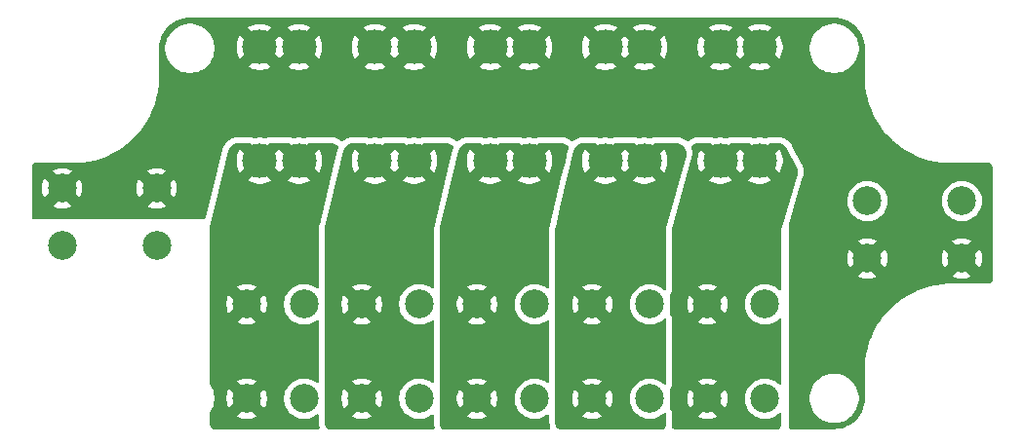
<source format=gbr>
%TF.GenerationSoftware,KiCad,Pcbnew,9.0.4-9.0.4-0~ubuntu24.04.1*%
%TF.CreationDate,2025-09-19T23:05:10-07:00*%
%TF.ProjectId,mini-pdb,6d696e69-2d70-4646-922e-6b696361645f,2*%
%TF.SameCoordinates,Original*%
%TF.FileFunction,Copper,L2,Bot*%
%TF.FilePolarity,Positive*%
%FSLAX46Y46*%
G04 Gerber Fmt 4.6, Leading zero omitted, Abs format (unit mm)*
G04 Created by KiCad (PCBNEW 9.0.4-9.0.4-0~ubuntu24.04.1) date 2025-09-19 23:05:10*
%MOMM*%
%LPD*%
G01*
G04 APERTURE LIST*
%TA.AperFunction,ComponentPad*%
%ADD10C,3.000000*%
%TD*%
%TA.AperFunction,ComponentPad*%
%ADD11C,2.500000*%
%TD*%
%TA.AperFunction,ViaPad*%
%ADD12C,1.270000*%
%TD*%
G04 APERTURE END LIST*
D10*
%TO.P,F5,1*%
%TO.N,/VBAT+*%
X227327120Y-110767700D03*
X223927120Y-110767700D03*
%TO.P,F5,2*%
%TO.N,/F5_OUT*%
X227327120Y-120667700D03*
X223927120Y-120667700D03*
%TD*%
%TO.P,F3,1*%
%TO.N,/VBAT+*%
X207327160Y-110767700D03*
X203927160Y-110767700D03*
%TO.P,F3,2*%
%TO.N,/F3_OUT*%
X207327160Y-120667700D03*
X203927160Y-120667700D03*
%TD*%
%TO.P,F4,1*%
%TO.N,/VBAT+*%
X217327140Y-110767700D03*
X213927140Y-110767700D03*
%TO.P,F4,2*%
%TO.N,/F4_OUT*%
X217327140Y-120667700D03*
X213927140Y-120667700D03*
%TD*%
D11*
%TO.P,J2,1,Pin_1*%
%TO.N,/VBAT+*%
X236677201Y-129155200D03*
X244877200Y-129155200D03*
%TO.P,J2,2,Pin_2*%
%TO.N,/VBAT-*%
X236677201Y-124155198D03*
X244877200Y-124155198D03*
%TD*%
%TO.P,J1,1,Pin_1*%
%TO.N,/VBAT+*%
X174977199Y-123055200D03*
X166777200Y-123055200D03*
%TO.P,J1,2,Pin_2*%
%TO.N,/VBAT-*%
X174977199Y-128055202D03*
X166777200Y-128055202D03*
%TD*%
D10*
%TO.P,F2,1*%
%TO.N,/VBAT+*%
X197327180Y-110767700D03*
X193927180Y-110767700D03*
%TO.P,F2,2*%
%TO.N,/F2_OUT*%
X197327180Y-120667700D03*
X193927180Y-120667700D03*
%TD*%
%TO.P,F1,1*%
%TO.N,/VBAT+*%
X187327200Y-110767700D03*
X183927200Y-110767700D03*
%TO.P,F1,2*%
%TO.N,/F1_OUT*%
X187327200Y-120667700D03*
X183927200Y-120667700D03*
%TD*%
D11*
%TO.P,J3,1,Pin_1*%
%TO.N,/F1_OUT*%
X182788536Y-133142700D03*
X182788536Y-141342699D03*
%TO.P,J3,2,Pin_2*%
%TO.N,/VBAT-*%
X187788538Y-133142700D03*
X187788538Y-141342699D03*
%TO.P,J3,3,Pin_3*%
%TO.N,/F2_OUT*%
X192788539Y-133142700D03*
X192788539Y-141342699D03*
%TO.P,J3,4,Pin_4*%
%TO.N,/VBAT-*%
X197788539Y-133142700D03*
X197788539Y-141342699D03*
%TO.P,J3,5,Pin_5*%
%TO.N,/F3_OUT*%
X202788539Y-133142700D03*
X202788539Y-141342699D03*
%TO.P,J3,6,Pin_6*%
%TO.N,/VBAT-*%
X207788539Y-133142700D03*
X207788539Y-141342699D03*
%TO.P,J3,7,Pin_7*%
%TO.N,/F4_OUT*%
X212788539Y-133142700D03*
X212788539Y-141342699D03*
%TO.P,J3,8,Pin_8*%
%TO.N,/VBAT-*%
X217788539Y-133142700D03*
X217788539Y-141342699D03*
%TO.P,J3,9,Pin_9*%
%TO.N,/F5_OUT*%
X222788539Y-133142700D03*
X222788539Y-141342699D03*
%TO.P,J3,10,Pin_10*%
%TO.N,/VBAT-*%
X227788540Y-133142700D03*
X227788540Y-141342699D03*
%TD*%
D12*
%TO.N,/VBAT+*%
X235712000Y-120523000D03*
X236220000Y-117856000D03*
X232918000Y-121539000D03*
X238633000Y-119888000D03*
X233426000Y-118745000D03*
%TD*%
%TA.AperFunction,Conductor*%
%TO.N,/F1_OUT*%
G36*
X183846083Y-119868162D02*
G01*
X183693849Y-119898443D01*
X183548258Y-119958749D01*
X183417230Y-120046299D01*
X183305799Y-120157730D01*
X183218249Y-120288758D01*
X183157943Y-120434349D01*
X183127662Y-120586582D01*
X182200138Y-119659059D01*
X182129607Y-119781221D01*
X182129603Y-119781231D01*
X182029275Y-120023444D01*
X181961422Y-120276679D01*
X181961420Y-120276690D01*
X181927200Y-120536605D01*
X181927200Y-120798794D01*
X181961420Y-121058709D01*
X181961422Y-121058720D01*
X182029275Y-121311955D01*
X182129604Y-121554171D01*
X182129609Y-121554182D01*
X182200137Y-121676339D01*
X182200139Y-121676340D01*
X183127662Y-120748816D01*
X183157943Y-120901051D01*
X183218249Y-121046642D01*
X183305799Y-121177670D01*
X183417230Y-121289101D01*
X183548258Y-121376651D01*
X183693849Y-121436957D01*
X183846082Y-121467237D01*
X182918558Y-122394760D01*
X182918558Y-122394761D01*
X183040717Y-122465290D01*
X183040728Y-122465295D01*
X183282944Y-122565624D01*
X183536179Y-122633477D01*
X183536190Y-122633479D01*
X183796105Y-122667699D01*
X183796120Y-122667700D01*
X184058280Y-122667700D01*
X184058294Y-122667699D01*
X184318209Y-122633479D01*
X184318220Y-122633477D01*
X184571455Y-122565624D01*
X184813679Y-122465291D01*
X184935840Y-122394760D01*
X184008318Y-121467237D01*
X184160551Y-121436957D01*
X184306142Y-121376651D01*
X184437170Y-121289101D01*
X184548601Y-121177670D01*
X184636151Y-121046642D01*
X184696457Y-120901051D01*
X184726737Y-120748817D01*
X185627199Y-121649279D01*
X186527662Y-120748816D01*
X186557943Y-120901051D01*
X186618249Y-121046642D01*
X186705799Y-121177670D01*
X186817230Y-121289101D01*
X186948258Y-121376651D01*
X187093849Y-121436957D01*
X187246082Y-121467237D01*
X186318558Y-122394760D01*
X186318558Y-122394761D01*
X186440717Y-122465290D01*
X186440728Y-122465295D01*
X186682944Y-122565624D01*
X186936179Y-122633477D01*
X186936190Y-122633479D01*
X187196105Y-122667699D01*
X187196120Y-122667700D01*
X187458280Y-122667700D01*
X187458294Y-122667699D01*
X187718209Y-122633479D01*
X187718220Y-122633477D01*
X187971455Y-122565624D01*
X188213679Y-122465291D01*
X188335840Y-122394760D01*
X187408318Y-121467237D01*
X187560551Y-121436957D01*
X187706142Y-121376651D01*
X187837170Y-121289101D01*
X187948601Y-121177670D01*
X188036151Y-121046642D01*
X188096457Y-120901051D01*
X188126737Y-120748817D01*
X189054260Y-121676340D01*
X189124791Y-121554179D01*
X189225124Y-121311955D01*
X189292977Y-121058720D01*
X189292979Y-121058709D01*
X189327199Y-120798794D01*
X189327200Y-120798780D01*
X189327200Y-120536619D01*
X189327199Y-120536605D01*
X189292979Y-120276690D01*
X189292977Y-120276679D01*
X189225124Y-120023444D01*
X189124795Y-119781228D01*
X189124790Y-119781217D01*
X189054260Y-119659058D01*
X188126737Y-120586581D01*
X188096457Y-120434349D01*
X188036151Y-120288758D01*
X187948601Y-120157730D01*
X187837170Y-120046299D01*
X187706142Y-119958749D01*
X187560551Y-119898443D01*
X187408315Y-119868161D01*
X188150478Y-119126000D01*
X188797774Y-119126000D01*
X190082340Y-119126000D01*
X190094980Y-119126645D01*
X190256352Y-119143182D01*
X190281103Y-119148309D01*
X190429699Y-119195314D01*
X190452897Y-119205356D01*
X190588864Y-119281520D01*
X190609541Y-119296056D01*
X190713757Y-119386517D01*
X190751481Y-119445326D01*
X190751421Y-119515196D01*
X190749040Y-119522447D01*
X190710921Y-119627519D01*
X190702092Y-119654141D01*
X190698115Y-119667348D01*
X190690754Y-119694505D01*
X190441075Y-120728893D01*
X190095105Y-122162200D01*
X189104293Y-126266991D01*
X189100998Y-126281589D01*
X189099477Y-126288822D01*
X189096634Y-126303415D01*
X189079980Y-126396183D01*
X189075565Y-126425788D01*
X189073833Y-126440341D01*
X189073833Y-126440346D01*
X189071178Y-126470161D01*
X189069405Y-126500077D01*
X189065603Y-126564203D01*
X189064937Y-126579183D01*
X189064719Y-126586544D01*
X189064500Y-126601421D01*
X189064500Y-131663876D01*
X189044815Y-131730915D01*
X188992011Y-131776670D01*
X188922853Y-131786614D01*
X188865013Y-131762252D01*
X188763150Y-131684089D01*
X188564428Y-131569357D01*
X188564414Y-131569350D01*
X188352425Y-131481542D01*
X188130776Y-131422152D01*
X188092753Y-131417146D01*
X187903279Y-131392200D01*
X187903272Y-131392200D01*
X187673804Y-131392200D01*
X187673796Y-131392200D01*
X187457253Y-131420709D01*
X187446300Y-131422152D01*
X187352614Y-131447254D01*
X187224650Y-131481542D01*
X187012661Y-131569350D01*
X187012647Y-131569357D01*
X186813920Y-131684092D01*
X186631876Y-131823781D01*
X186469619Y-131986038D01*
X186329930Y-132168082D01*
X186215195Y-132366809D01*
X186215188Y-132366823D01*
X186127380Y-132578812D01*
X186067991Y-132800459D01*
X186067989Y-132800470D01*
X186038038Y-133027958D01*
X186038038Y-133257441D01*
X186054978Y-133386105D01*
X186067990Y-133484938D01*
X186121666Y-133685261D01*
X186127380Y-133706587D01*
X186215188Y-133918576D01*
X186215195Y-133918590D01*
X186329930Y-134117317D01*
X186469619Y-134299361D01*
X186469627Y-134299370D01*
X186631868Y-134461611D01*
X186631876Y-134461618D01*
X186813920Y-134601307D01*
X186813923Y-134601308D01*
X186813926Y-134601311D01*
X187012650Y-134716044D01*
X187012655Y-134716046D01*
X187012661Y-134716049D01*
X187104018Y-134753890D01*
X187224651Y-134803858D01*
X187446300Y-134863248D01*
X187673804Y-134893200D01*
X187673811Y-134893200D01*
X187903265Y-134893200D01*
X187903272Y-134893200D01*
X188130776Y-134863248D01*
X188352425Y-134803858D01*
X188564426Y-134716044D01*
X188763150Y-134601311D01*
X188865013Y-134523147D01*
X188930182Y-134497953D01*
X188998627Y-134511991D01*
X189048617Y-134560804D01*
X189064500Y-134621523D01*
X189064500Y-139863875D01*
X189044815Y-139930914D01*
X188992011Y-139976669D01*
X188922853Y-139986613D01*
X188865013Y-139962251D01*
X188763150Y-139884088D01*
X188564428Y-139769356D01*
X188564414Y-139769349D01*
X188352425Y-139681541D01*
X188130776Y-139622151D01*
X188092753Y-139617145D01*
X187903279Y-139592199D01*
X187903272Y-139592199D01*
X187673804Y-139592199D01*
X187673796Y-139592199D01*
X187457253Y-139620708D01*
X187446300Y-139622151D01*
X187352614Y-139647253D01*
X187224650Y-139681541D01*
X187012661Y-139769349D01*
X187012647Y-139769356D01*
X186813920Y-139884091D01*
X186631876Y-140023780D01*
X186469619Y-140186037D01*
X186329930Y-140368081D01*
X186215195Y-140566808D01*
X186215188Y-140566822D01*
X186127380Y-140778811D01*
X186067991Y-141000458D01*
X186067989Y-141000469D01*
X186038038Y-141227957D01*
X186038038Y-141457440D01*
X186054978Y-141586104D01*
X186067990Y-141684937D01*
X186121666Y-141885260D01*
X186127380Y-141906586D01*
X186215188Y-142118575D01*
X186215195Y-142118589D01*
X186329930Y-142317316D01*
X186469619Y-142499360D01*
X186469627Y-142499369D01*
X186631868Y-142661610D01*
X186631876Y-142661617D01*
X186813920Y-142801306D01*
X186813923Y-142801307D01*
X186813926Y-142801310D01*
X187012650Y-142916043D01*
X187012655Y-142916045D01*
X187012661Y-142916048D01*
X187104018Y-142953889D01*
X187224651Y-143003857D01*
X187446300Y-143063247D01*
X187673804Y-143093199D01*
X187673811Y-143093199D01*
X187903265Y-143093199D01*
X187903272Y-143093199D01*
X188130776Y-143063247D01*
X188352425Y-143003857D01*
X188564426Y-142916043D01*
X188763150Y-142801310D01*
X188865013Y-142723146D01*
X188930182Y-142697952D01*
X188998627Y-142711990D01*
X189048617Y-142760803D01*
X189064500Y-142821522D01*
X189064500Y-143387714D01*
X189065282Y-143415833D01*
X189066049Y-143429597D01*
X189068393Y-143457630D01*
X189088001Y-143633138D01*
X189088009Y-143633192D01*
X189097339Y-143688581D01*
X189097344Y-143688605D01*
X189103409Y-143715414D01*
X189103414Y-143715433D01*
X189118853Y-143769504D01*
X189130406Y-143802822D01*
X189130537Y-143805559D01*
X189132031Y-143807855D01*
X189132209Y-143840246D01*
X189133770Y-143872611D01*
X189132406Y-143875822D01*
X189132417Y-143877723D01*
X189117933Y-143909909D01*
X189102217Y-143934663D01*
X189049666Y-143980708D01*
X188997533Y-143992200D01*
X179859286Y-143992200D01*
X179792247Y-143972515D01*
X179771041Y-143955314D01*
X179770579Y-143954846D01*
X179753521Y-143933209D01*
X179663909Y-143789092D01*
X179652055Y-143764239D01*
X179625829Y-143688605D01*
X179596455Y-143603895D01*
X179590380Y-143577041D01*
X179577039Y-143457630D01*
X179570767Y-143401485D01*
X179570000Y-143387717D01*
X179570000Y-142886747D01*
X181962906Y-142886747D01*
X182012860Y-142915589D01*
X182012876Y-142915596D01*
X182224805Y-143003380D01*
X182446398Y-143062756D01*
X182673825Y-143092697D01*
X182673842Y-143092699D01*
X182903230Y-143092699D01*
X182903246Y-143092697D01*
X183130673Y-143062756D01*
X183352266Y-143003380D01*
X183564199Y-142915594D01*
X183564207Y-142915590D01*
X183614163Y-142886746D01*
X182788536Y-142061119D01*
X181962906Y-142886747D01*
X179570000Y-142886747D01*
X179570000Y-142629054D01*
X179589685Y-142562015D01*
X179595624Y-142553568D01*
X179618192Y-142524156D01*
X179631613Y-142506666D01*
X179771581Y-142264234D01*
X179878708Y-142005607D01*
X179951161Y-141735209D01*
X179987700Y-141457668D01*
X179987700Y-141228004D01*
X181038536Y-141228004D01*
X181038536Y-141457393D01*
X181038537Y-141457409D01*
X181068478Y-141684836D01*
X181127854Y-141906429D01*
X181215639Y-142118361D01*
X181215641Y-142118365D01*
X181244487Y-142168327D01*
X182070116Y-141342699D01*
X182070116Y-141342698D01*
X182001321Y-141273903D01*
X182090036Y-141273903D01*
X182090036Y-141411495D01*
X182116879Y-141546444D01*
X182169533Y-141673563D01*
X182245975Y-141787967D01*
X182343268Y-141885260D01*
X182457672Y-141961702D01*
X182584791Y-142014356D01*
X182719740Y-142041199D01*
X182857332Y-142041199D01*
X182992281Y-142014356D01*
X183119400Y-141961702D01*
X183233804Y-141885260D01*
X183331097Y-141787967D01*
X183407539Y-141673563D01*
X183460193Y-141546444D01*
X183487036Y-141411495D01*
X183487036Y-141342698D01*
X183506956Y-141342698D01*
X183506956Y-141342699D01*
X184332583Y-142168326D01*
X184361427Y-142118370D01*
X184361431Y-142118362D01*
X184449217Y-141906429D01*
X184508593Y-141684836D01*
X184538534Y-141457409D01*
X184538536Y-141457393D01*
X184538536Y-141228004D01*
X184538534Y-141227988D01*
X184508593Y-141000561D01*
X184449217Y-140778968D01*
X184361433Y-140567039D01*
X184361426Y-140567023D01*
X184332584Y-140517070D01*
X184332584Y-140517069D01*
X183506956Y-141342698D01*
X183487036Y-141342698D01*
X183487036Y-141273903D01*
X183460193Y-141138954D01*
X183407539Y-141011835D01*
X183331097Y-140897431D01*
X183233804Y-140800138D01*
X183119400Y-140723696D01*
X182992281Y-140671042D01*
X182857332Y-140644199D01*
X182719740Y-140644199D01*
X182584791Y-140671042D01*
X182457672Y-140723696D01*
X182343268Y-140800138D01*
X182245975Y-140897431D01*
X182169533Y-141011835D01*
X182116879Y-141138954D01*
X182090036Y-141273903D01*
X182001321Y-141273903D01*
X181244488Y-140517070D01*
X181244487Y-140517070D01*
X181215642Y-140567030D01*
X181215638Y-140567039D01*
X181127854Y-140778968D01*
X181068478Y-141000561D01*
X181038537Y-141227988D01*
X181038536Y-141228004D01*
X179987700Y-141228004D01*
X179987700Y-141177732D01*
X179951161Y-140900191D01*
X179878708Y-140629793D01*
X179771581Y-140371166D01*
X179769803Y-140368087D01*
X179631616Y-140128739D01*
X179631615Y-140128738D01*
X179631613Y-140128734D01*
X179595622Y-140081830D01*
X179587380Y-140060508D01*
X179575023Y-140041280D01*
X179572106Y-140020999D01*
X179570430Y-140016661D01*
X179570000Y-140006345D01*
X179570000Y-139798650D01*
X181962907Y-139798650D01*
X182788536Y-140624279D01*
X182788537Y-140624279D01*
X183614164Y-139798650D01*
X183564202Y-139769804D01*
X183564198Y-139769802D01*
X183352266Y-139682017D01*
X183130673Y-139622641D01*
X182903246Y-139592700D01*
X182903230Y-139592699D01*
X182673842Y-139592699D01*
X182673825Y-139592700D01*
X182446398Y-139622641D01*
X182224805Y-139682017D01*
X182012876Y-139769801D01*
X182012867Y-139769805D01*
X181962907Y-139798650D01*
X179570000Y-139798650D01*
X179570000Y-134686748D01*
X181962906Y-134686748D01*
X182012860Y-134715590D01*
X182012876Y-134715597D01*
X182224805Y-134803381D01*
X182446398Y-134862757D01*
X182673825Y-134892698D01*
X182673842Y-134892700D01*
X182903230Y-134892700D01*
X182903246Y-134892698D01*
X183130673Y-134862757D01*
X183352266Y-134803381D01*
X183564199Y-134715595D01*
X183564207Y-134715591D01*
X183614163Y-134686747D01*
X182788536Y-133861120D01*
X181962906Y-134686748D01*
X179570000Y-134686748D01*
X179570000Y-133028005D01*
X181038536Y-133028005D01*
X181038536Y-133257394D01*
X181038537Y-133257410D01*
X181068478Y-133484837D01*
X181127854Y-133706430D01*
X181215639Y-133918362D01*
X181215641Y-133918366D01*
X181244487Y-133968328D01*
X182070116Y-133142700D01*
X182070116Y-133142699D01*
X182001321Y-133073904D01*
X182090036Y-133073904D01*
X182090036Y-133211496D01*
X182116879Y-133346445D01*
X182169533Y-133473564D01*
X182245975Y-133587968D01*
X182343268Y-133685261D01*
X182457672Y-133761703D01*
X182584791Y-133814357D01*
X182719740Y-133841200D01*
X182857332Y-133841200D01*
X182992281Y-133814357D01*
X183119400Y-133761703D01*
X183233804Y-133685261D01*
X183331097Y-133587968D01*
X183407539Y-133473564D01*
X183460193Y-133346445D01*
X183487036Y-133211496D01*
X183487036Y-133142699D01*
X183506956Y-133142699D01*
X183506956Y-133142700D01*
X184332583Y-133968327D01*
X184361427Y-133918371D01*
X184361431Y-133918363D01*
X184449217Y-133706430D01*
X184508593Y-133484837D01*
X184538534Y-133257410D01*
X184538536Y-133257394D01*
X184538536Y-133028005D01*
X184538534Y-133027989D01*
X184508593Y-132800562D01*
X184449217Y-132578969D01*
X184361433Y-132367040D01*
X184361426Y-132367024D01*
X184332584Y-132317071D01*
X184332584Y-132317070D01*
X183506956Y-133142699D01*
X183487036Y-133142699D01*
X183487036Y-133073904D01*
X183460193Y-132938955D01*
X183407539Y-132811836D01*
X183331097Y-132697432D01*
X183233804Y-132600139D01*
X183119400Y-132523697D01*
X182992281Y-132471043D01*
X182857332Y-132444200D01*
X182719740Y-132444200D01*
X182584791Y-132471043D01*
X182457672Y-132523697D01*
X182343268Y-132600139D01*
X182245975Y-132697432D01*
X182169533Y-132811836D01*
X182116879Y-132938955D01*
X182090036Y-133073904D01*
X182001321Y-133073904D01*
X181244488Y-132317071D01*
X181244487Y-132317071D01*
X181215642Y-132367031D01*
X181215638Y-132367040D01*
X181127854Y-132578969D01*
X181068478Y-132800562D01*
X181038537Y-133027989D01*
X181038536Y-133028005D01*
X179570000Y-133028005D01*
X179570000Y-131598651D01*
X181962907Y-131598651D01*
X182788536Y-132424280D01*
X182788537Y-132424280D01*
X183614164Y-131598651D01*
X183564202Y-131569805D01*
X183564198Y-131569803D01*
X183352266Y-131482018D01*
X183130673Y-131422642D01*
X182903246Y-131392701D01*
X182903230Y-131392700D01*
X182673842Y-131392700D01*
X182673825Y-131392701D01*
X182446398Y-131422642D01*
X182224805Y-131482018D01*
X182012876Y-131569802D01*
X182012867Y-131569806D01*
X181962907Y-131598651D01*
X179570000Y-131598651D01*
X179570000Y-126601452D01*
X179570217Y-126594114D01*
X179575792Y-126500077D01*
X179577526Y-126485505D01*
X179585634Y-126440341D01*
X179594174Y-126392771D01*
X179595677Y-126385622D01*
X180083725Y-124363710D01*
X181182146Y-119813102D01*
X181186117Y-119799915D01*
X181246309Y-119633997D01*
X181258496Y-119609347D01*
X181350052Y-119466611D01*
X181367375Y-119445255D01*
X181488146Y-119326226D01*
X181509753Y-119309214D01*
X181653800Y-119219742D01*
X181678620Y-119207916D01*
X181838851Y-119152408D01*
X181865668Y-119146345D01*
X182041091Y-119126764D01*
X182054846Y-119126000D01*
X182456626Y-119126000D01*
X183103921Y-119126000D01*
X183846083Y-119868162D01*
G37*
%TD.AperFunction*%
%TA.AperFunction,Conductor*%
G36*
X187246083Y-119868162D02*
G01*
X187093849Y-119898443D01*
X186948258Y-119958749D01*
X186817230Y-120046299D01*
X186705799Y-120157730D01*
X186618249Y-120288758D01*
X186557943Y-120434349D01*
X186527662Y-120586581D01*
X185627201Y-119686120D01*
X185627200Y-119686120D01*
X184726737Y-120586582D01*
X184696457Y-120434349D01*
X184636151Y-120288758D01*
X184548601Y-120157730D01*
X184437170Y-120046299D01*
X184306142Y-119958749D01*
X184160551Y-119898443D01*
X184008315Y-119868161D01*
X184750478Y-119126000D01*
X186503921Y-119126000D01*
X187246083Y-119868162D01*
G37*
%TD.AperFunction*%
%TD*%
%TA.AperFunction,Conductor*%
%TO.N,/F2_OUT*%
G36*
X193846063Y-119868162D02*
G01*
X193693829Y-119898443D01*
X193548238Y-119958749D01*
X193417210Y-120046299D01*
X193305779Y-120157730D01*
X193218229Y-120288758D01*
X193157923Y-120434349D01*
X193127642Y-120586582D01*
X192200118Y-119659059D01*
X192129587Y-119781221D01*
X192129583Y-119781231D01*
X192029255Y-120023444D01*
X191961402Y-120276679D01*
X191961400Y-120276690D01*
X191927180Y-120536605D01*
X191927180Y-120798794D01*
X191961400Y-121058709D01*
X191961402Y-121058720D01*
X192029255Y-121311955D01*
X192129584Y-121554171D01*
X192129589Y-121554182D01*
X192200117Y-121676339D01*
X192200119Y-121676340D01*
X193127642Y-120748816D01*
X193157923Y-120901051D01*
X193218229Y-121046642D01*
X193305779Y-121177670D01*
X193417210Y-121289101D01*
X193548238Y-121376651D01*
X193693829Y-121436957D01*
X193846062Y-121467237D01*
X192918538Y-122394760D01*
X192918538Y-122394761D01*
X193040697Y-122465290D01*
X193040708Y-122465295D01*
X193282924Y-122565624D01*
X193536159Y-122633477D01*
X193536170Y-122633479D01*
X193796085Y-122667699D01*
X193796100Y-122667700D01*
X194058260Y-122667700D01*
X194058274Y-122667699D01*
X194318189Y-122633479D01*
X194318200Y-122633477D01*
X194571435Y-122565624D01*
X194813659Y-122465291D01*
X194935820Y-122394760D01*
X194008298Y-121467237D01*
X194160531Y-121436957D01*
X194306122Y-121376651D01*
X194437150Y-121289101D01*
X194548581Y-121177670D01*
X194636131Y-121046642D01*
X194696437Y-120901051D01*
X194726717Y-120748816D01*
X195627180Y-121649279D01*
X196527642Y-120748816D01*
X196557923Y-120901051D01*
X196618229Y-121046642D01*
X196705779Y-121177670D01*
X196817210Y-121289101D01*
X196948238Y-121376651D01*
X197093829Y-121436957D01*
X197246062Y-121467237D01*
X196318538Y-122394760D01*
X196318538Y-122394761D01*
X196440697Y-122465290D01*
X196440708Y-122465295D01*
X196682924Y-122565624D01*
X196936159Y-122633477D01*
X196936170Y-122633479D01*
X197196085Y-122667699D01*
X197196100Y-122667700D01*
X197458260Y-122667700D01*
X197458274Y-122667699D01*
X197718189Y-122633479D01*
X197718200Y-122633477D01*
X197971435Y-122565624D01*
X198213659Y-122465291D01*
X198335820Y-122394760D01*
X197408298Y-121467237D01*
X197560531Y-121436957D01*
X197706122Y-121376651D01*
X197837150Y-121289101D01*
X197948581Y-121177670D01*
X198036131Y-121046642D01*
X198096437Y-120901051D01*
X198126717Y-120748817D01*
X199054240Y-121676340D01*
X199124771Y-121554179D01*
X199225104Y-121311955D01*
X199292957Y-121058720D01*
X199292959Y-121058709D01*
X199327179Y-120798794D01*
X199327180Y-120798780D01*
X199327180Y-120536619D01*
X199327179Y-120536605D01*
X199292959Y-120276690D01*
X199292957Y-120276679D01*
X199225104Y-120023444D01*
X199124775Y-119781228D01*
X199124770Y-119781217D01*
X199054240Y-119659058D01*
X198126717Y-120586581D01*
X198096437Y-120434349D01*
X198036131Y-120288758D01*
X197948581Y-120157730D01*
X197837150Y-120046299D01*
X197706122Y-119958749D01*
X197560531Y-119898443D01*
X197408295Y-119868161D01*
X198150458Y-119126000D01*
X198797754Y-119126000D01*
X200082340Y-119126000D01*
X200094980Y-119126645D01*
X200256352Y-119143182D01*
X200281103Y-119148309D01*
X200429699Y-119195314D01*
X200452897Y-119205356D01*
X200588864Y-119281520D01*
X200609541Y-119296056D01*
X200713757Y-119386517D01*
X200751481Y-119445326D01*
X200751421Y-119515196D01*
X200749040Y-119522447D01*
X200710921Y-119627519D01*
X200702092Y-119654141D01*
X200698115Y-119667348D01*
X200690754Y-119694505D01*
X200441075Y-120728893D01*
X200095105Y-122162200D01*
X199104293Y-126266991D01*
X199100998Y-126281589D01*
X199099477Y-126288822D01*
X199096634Y-126303415D01*
X199079980Y-126396183D01*
X199075565Y-126425788D01*
X199073833Y-126440341D01*
X199073833Y-126440346D01*
X199071178Y-126470161D01*
X199069405Y-126500077D01*
X199065603Y-126564203D01*
X199064937Y-126579183D01*
X199064719Y-126586544D01*
X199064500Y-126601421D01*
X199064500Y-131663875D01*
X199044815Y-131730914D01*
X198992011Y-131776669D01*
X198922853Y-131786613D01*
X198865014Y-131762251D01*
X198763155Y-131684092D01*
X198763154Y-131684091D01*
X198763151Y-131684089D01*
X198600797Y-131590354D01*
X198564429Y-131569357D01*
X198564415Y-131569350D01*
X198352426Y-131481542D01*
X198130777Y-131422152D01*
X198092754Y-131417146D01*
X197903280Y-131392200D01*
X197903273Y-131392200D01*
X197673805Y-131392200D01*
X197673797Y-131392200D01*
X197457254Y-131420709D01*
X197446301Y-131422152D01*
X197352615Y-131447254D01*
X197224651Y-131481542D01*
X197012662Y-131569350D01*
X197012648Y-131569357D01*
X196813921Y-131684092D01*
X196631877Y-131823781D01*
X196469620Y-131986038D01*
X196329931Y-132168082D01*
X196215196Y-132366809D01*
X196215189Y-132366823D01*
X196127381Y-132578812D01*
X196067992Y-132800459D01*
X196067990Y-132800470D01*
X196038039Y-133027958D01*
X196038039Y-133257441D01*
X196054979Y-133386105D01*
X196067991Y-133484938D01*
X196121667Y-133685261D01*
X196127381Y-133706587D01*
X196215189Y-133918576D01*
X196215196Y-133918590D01*
X196329931Y-134117317D01*
X196469620Y-134299361D01*
X196469628Y-134299370D01*
X196631869Y-134461611D01*
X196631877Y-134461618D01*
X196813921Y-134601307D01*
X196813924Y-134601308D01*
X196813927Y-134601311D01*
X197012651Y-134716044D01*
X197012656Y-134716046D01*
X197012662Y-134716049D01*
X197104019Y-134753890D01*
X197224652Y-134803858D01*
X197446301Y-134863248D01*
X197673805Y-134893200D01*
X197673812Y-134893200D01*
X197903266Y-134893200D01*
X197903273Y-134893200D01*
X198130777Y-134863248D01*
X198352426Y-134803858D01*
X198564427Y-134716044D01*
X198763151Y-134601311D01*
X198865013Y-134523148D01*
X198930182Y-134497954D01*
X198998627Y-134511992D01*
X199048617Y-134560806D01*
X199064500Y-134621524D01*
X199064500Y-139863874D01*
X199044815Y-139930913D01*
X198992011Y-139976668D01*
X198922853Y-139986612D01*
X198865014Y-139962250D01*
X198763155Y-139884091D01*
X198763154Y-139884090D01*
X198763151Y-139884088D01*
X198600797Y-139790353D01*
X198564429Y-139769356D01*
X198564415Y-139769349D01*
X198352426Y-139681541D01*
X198130777Y-139622151D01*
X198092754Y-139617145D01*
X197903280Y-139592199D01*
X197903273Y-139592199D01*
X197673805Y-139592199D01*
X197673797Y-139592199D01*
X197457254Y-139620708D01*
X197446301Y-139622151D01*
X197352615Y-139647253D01*
X197224651Y-139681541D01*
X197012662Y-139769349D01*
X197012648Y-139769356D01*
X196813921Y-139884091D01*
X196631877Y-140023780D01*
X196469620Y-140186037D01*
X196329931Y-140368081D01*
X196215196Y-140566808D01*
X196215189Y-140566822D01*
X196127381Y-140778811D01*
X196067992Y-141000458D01*
X196067990Y-141000469D01*
X196038039Y-141227957D01*
X196038039Y-141457440D01*
X196054979Y-141586104D01*
X196067991Y-141684937D01*
X196121667Y-141885260D01*
X196127381Y-141906586D01*
X196215189Y-142118575D01*
X196215196Y-142118589D01*
X196329931Y-142317316D01*
X196469620Y-142499360D01*
X196469628Y-142499369D01*
X196631869Y-142661610D01*
X196631877Y-142661617D01*
X196813921Y-142801306D01*
X196813924Y-142801307D01*
X196813927Y-142801310D01*
X197012651Y-142916043D01*
X197012656Y-142916045D01*
X197012662Y-142916048D01*
X197104019Y-142953889D01*
X197224652Y-143003857D01*
X197446301Y-143063247D01*
X197673805Y-143093199D01*
X197673812Y-143093199D01*
X197903266Y-143093199D01*
X197903273Y-143093199D01*
X198130777Y-143063247D01*
X198352426Y-143003857D01*
X198564427Y-142916043D01*
X198763151Y-142801310D01*
X198865013Y-142723147D01*
X198930182Y-142697953D01*
X198998627Y-142711991D01*
X199048617Y-142760805D01*
X199064500Y-142821523D01*
X199064500Y-143481290D01*
X199065282Y-143509409D01*
X199066049Y-143523173D01*
X199068393Y-143551206D01*
X199088001Y-143726714D01*
X199088009Y-143726768D01*
X199097339Y-143782157D01*
X199097344Y-143782181D01*
X199103409Y-143808990D01*
X199103417Y-143809019D01*
X199110594Y-143834156D01*
X199110072Y-143904023D01*
X199071859Y-143962517D01*
X199008088Y-143991066D01*
X198991359Y-143992200D01*
X189859286Y-143992200D01*
X189829485Y-143983449D01*
X189799158Y-143976647D01*
X189794636Y-143973216D01*
X189792247Y-143972515D01*
X189771041Y-143955314D01*
X189770579Y-143954846D01*
X189753521Y-143933209D01*
X189663909Y-143789092D01*
X189652055Y-143764239D01*
X189596456Y-143603897D01*
X189590380Y-143577041D01*
X189570767Y-143401485D01*
X189570000Y-143387717D01*
X189570000Y-142886747D01*
X191962909Y-142886747D01*
X192012863Y-142915589D01*
X192012879Y-142915596D01*
X192224808Y-143003380D01*
X192446401Y-143062756D01*
X192673828Y-143092697D01*
X192673845Y-143092699D01*
X192903233Y-143092699D01*
X192903249Y-143092697D01*
X193130676Y-143062756D01*
X193352269Y-143003380D01*
X193564202Y-142915594D01*
X193564210Y-142915590D01*
X193614166Y-142886746D01*
X192788539Y-142061119D01*
X191962909Y-142886747D01*
X189570000Y-142886747D01*
X189570000Y-141228004D01*
X191038539Y-141228004D01*
X191038539Y-141457393D01*
X191038540Y-141457409D01*
X191068481Y-141684836D01*
X191127857Y-141906429D01*
X191215642Y-142118361D01*
X191215644Y-142118365D01*
X191244490Y-142168327D01*
X192070119Y-141342699D01*
X192070119Y-141342698D01*
X192001324Y-141273903D01*
X192090039Y-141273903D01*
X192090039Y-141411495D01*
X192116882Y-141546444D01*
X192169536Y-141673563D01*
X192245978Y-141787967D01*
X192343271Y-141885260D01*
X192457675Y-141961702D01*
X192584794Y-142014356D01*
X192719743Y-142041199D01*
X192857335Y-142041199D01*
X192992284Y-142014356D01*
X193119403Y-141961702D01*
X193233807Y-141885260D01*
X193331100Y-141787967D01*
X193407542Y-141673563D01*
X193460196Y-141546444D01*
X193487039Y-141411495D01*
X193487039Y-141342698D01*
X193506959Y-141342698D01*
X193506959Y-141342699D01*
X194332586Y-142168326D01*
X194361430Y-142118370D01*
X194361434Y-142118362D01*
X194449220Y-141906429D01*
X194508596Y-141684836D01*
X194538537Y-141457409D01*
X194538539Y-141457393D01*
X194538539Y-141228004D01*
X194538537Y-141227988D01*
X194508596Y-141000561D01*
X194449220Y-140778968D01*
X194361436Y-140567039D01*
X194361429Y-140567023D01*
X194332587Y-140517070D01*
X194332587Y-140517069D01*
X193506959Y-141342698D01*
X193487039Y-141342698D01*
X193487039Y-141273903D01*
X193460196Y-141138954D01*
X193407542Y-141011835D01*
X193331100Y-140897431D01*
X193233807Y-140800138D01*
X193119403Y-140723696D01*
X192992284Y-140671042D01*
X192857335Y-140644199D01*
X192719743Y-140644199D01*
X192584794Y-140671042D01*
X192457675Y-140723696D01*
X192343271Y-140800138D01*
X192245978Y-140897431D01*
X192169536Y-141011835D01*
X192116882Y-141138954D01*
X192090039Y-141273903D01*
X192001324Y-141273903D01*
X191244491Y-140517070D01*
X191244490Y-140517070D01*
X191215645Y-140567030D01*
X191215641Y-140567039D01*
X191127857Y-140778968D01*
X191068481Y-141000561D01*
X191038540Y-141227988D01*
X191038539Y-141228004D01*
X189570000Y-141228004D01*
X189570000Y-139798650D01*
X191962910Y-139798650D01*
X192788539Y-140624279D01*
X192788540Y-140624279D01*
X193614167Y-139798650D01*
X193564205Y-139769804D01*
X193564201Y-139769802D01*
X193352269Y-139682017D01*
X193130676Y-139622641D01*
X192903249Y-139592700D01*
X192903233Y-139592699D01*
X192673845Y-139592699D01*
X192673828Y-139592700D01*
X192446401Y-139622641D01*
X192224808Y-139682017D01*
X192012879Y-139769801D01*
X192012870Y-139769805D01*
X191962910Y-139798650D01*
X189570000Y-139798650D01*
X189570000Y-134686748D01*
X191962909Y-134686748D01*
X192012863Y-134715590D01*
X192012879Y-134715597D01*
X192224808Y-134803381D01*
X192446401Y-134862757D01*
X192673828Y-134892698D01*
X192673845Y-134892700D01*
X192903233Y-134892700D01*
X192903249Y-134892698D01*
X193130676Y-134862757D01*
X193352269Y-134803381D01*
X193564202Y-134715595D01*
X193564210Y-134715591D01*
X193614166Y-134686747D01*
X192788539Y-133861120D01*
X191962909Y-134686748D01*
X189570000Y-134686748D01*
X189570000Y-133028005D01*
X191038539Y-133028005D01*
X191038539Y-133257394D01*
X191038540Y-133257410D01*
X191068481Y-133484837D01*
X191127857Y-133706430D01*
X191215642Y-133918362D01*
X191215644Y-133918366D01*
X191244490Y-133968328D01*
X192070119Y-133142700D01*
X192070119Y-133142699D01*
X192001324Y-133073904D01*
X192090039Y-133073904D01*
X192090039Y-133211496D01*
X192116882Y-133346445D01*
X192169536Y-133473564D01*
X192245978Y-133587968D01*
X192343271Y-133685261D01*
X192457675Y-133761703D01*
X192584794Y-133814357D01*
X192719743Y-133841200D01*
X192857335Y-133841200D01*
X192992284Y-133814357D01*
X193119403Y-133761703D01*
X193233807Y-133685261D01*
X193331100Y-133587968D01*
X193407542Y-133473564D01*
X193460196Y-133346445D01*
X193487039Y-133211496D01*
X193487039Y-133142699D01*
X193506959Y-133142699D01*
X193506959Y-133142700D01*
X194332586Y-133968327D01*
X194361430Y-133918371D01*
X194361434Y-133918363D01*
X194449220Y-133706430D01*
X194508596Y-133484837D01*
X194538537Y-133257410D01*
X194538539Y-133257394D01*
X194538539Y-133028005D01*
X194538537Y-133027989D01*
X194508596Y-132800562D01*
X194449220Y-132578969D01*
X194361436Y-132367040D01*
X194361429Y-132367024D01*
X194332587Y-132317071D01*
X194332587Y-132317070D01*
X193506959Y-133142699D01*
X193487039Y-133142699D01*
X193487039Y-133073904D01*
X193460196Y-132938955D01*
X193407542Y-132811836D01*
X193331100Y-132697432D01*
X193233807Y-132600139D01*
X193119403Y-132523697D01*
X192992284Y-132471043D01*
X192857335Y-132444200D01*
X192719743Y-132444200D01*
X192584794Y-132471043D01*
X192457675Y-132523697D01*
X192343271Y-132600139D01*
X192245978Y-132697432D01*
X192169536Y-132811836D01*
X192116882Y-132938955D01*
X192090039Y-133073904D01*
X192001324Y-133073904D01*
X191244491Y-132317071D01*
X191244490Y-132317071D01*
X191215645Y-132367031D01*
X191215641Y-132367040D01*
X191127857Y-132578969D01*
X191068481Y-132800562D01*
X191038540Y-133027989D01*
X191038539Y-133028005D01*
X189570000Y-133028005D01*
X189570000Y-131598651D01*
X191962910Y-131598651D01*
X192788539Y-132424280D01*
X192788540Y-132424280D01*
X193614167Y-131598651D01*
X193564205Y-131569805D01*
X193564201Y-131569803D01*
X193352269Y-131482018D01*
X193130676Y-131422642D01*
X192903249Y-131392701D01*
X192903233Y-131392700D01*
X192673845Y-131392700D01*
X192673828Y-131392701D01*
X192446401Y-131422642D01*
X192224808Y-131482018D01*
X192012879Y-131569802D01*
X192012870Y-131569806D01*
X191962910Y-131598651D01*
X189570000Y-131598651D01*
X189570000Y-126601452D01*
X189570217Y-126594114D01*
X189575792Y-126500077D01*
X189577526Y-126485505D01*
X189585634Y-126440341D01*
X189594174Y-126392771D01*
X189595677Y-126385622D01*
X190083725Y-124363710D01*
X191182146Y-119813102D01*
X191186117Y-119799915D01*
X191246309Y-119633997D01*
X191258496Y-119609347D01*
X191350052Y-119466611D01*
X191367375Y-119445255D01*
X191488146Y-119326226D01*
X191509753Y-119309214D01*
X191653800Y-119219742D01*
X191678620Y-119207916D01*
X191838851Y-119152408D01*
X191865668Y-119146345D01*
X192041091Y-119126764D01*
X192054846Y-119126000D01*
X192456606Y-119126000D01*
X193103901Y-119126000D01*
X193846063Y-119868162D01*
G37*
%TD.AperFunction*%
%TA.AperFunction,Conductor*%
G36*
X197246063Y-119868162D02*
G01*
X197093829Y-119898443D01*
X196948238Y-119958749D01*
X196817210Y-120046299D01*
X196705779Y-120157730D01*
X196618229Y-120288758D01*
X196557923Y-120434349D01*
X196527642Y-120586582D01*
X195627181Y-119686120D01*
X195627180Y-119686120D01*
X194726717Y-120586581D01*
X194696437Y-120434349D01*
X194636131Y-120288758D01*
X194548581Y-120157730D01*
X194437150Y-120046299D01*
X194306122Y-119958749D01*
X194160531Y-119898443D01*
X194008295Y-119868161D01*
X194750458Y-119126000D01*
X196503901Y-119126000D01*
X197246063Y-119868162D01*
G37*
%TD.AperFunction*%
%TD*%
%TA.AperFunction,Conductor*%
%TO.N,/VBAT+*%
G36*
X233805672Y-108218395D02*
G01*
X234094707Y-108234627D01*
X234108505Y-108236181D01*
X234390465Y-108284088D01*
X234404021Y-108287182D01*
X234678842Y-108366357D01*
X234691968Y-108370950D01*
X234956194Y-108480396D01*
X234968708Y-108486422D01*
X235219030Y-108624770D01*
X235230803Y-108632168D01*
X235464043Y-108797661D01*
X235474904Y-108806322D01*
X235688164Y-108996902D01*
X235697995Y-109006733D01*
X235793217Y-109113287D01*
X235888573Y-109219990D01*
X235897242Y-109230862D01*
X236062730Y-109464095D01*
X236070129Y-109475869D01*
X236208473Y-109726184D01*
X236214506Y-109738712D01*
X236323949Y-110002932D01*
X236328542Y-110016057D01*
X236407717Y-110290878D01*
X236410811Y-110304435D01*
X236458716Y-110586384D01*
X236460273Y-110600202D01*
X236476505Y-110889227D01*
X236476700Y-110896180D01*
X236476700Y-113671297D01*
X236514666Y-114202130D01*
X236590405Y-114728909D01*
X236703527Y-115248924D01*
X236703530Y-115248934D01*
X236720352Y-115306223D01*
X236853466Y-115759565D01*
X236982605Y-116105802D01*
X237039448Y-116258204D01*
X237260525Y-116742295D01*
X237515575Y-117209384D01*
X237803302Y-117657097D01*
X237803305Y-117657102D01*
X238122225Y-118083130D01*
X238364864Y-118363150D01*
X238470743Y-118485341D01*
X238470752Y-118485350D01*
X238470764Y-118485363D01*
X238847036Y-118861635D01*
X238847049Y-118861647D01*
X238847059Y-118861657D01*
X238967704Y-118966196D01*
X239249269Y-119210174D01*
X239675297Y-119529094D01*
X239675302Y-119529097D01*
X240123009Y-119816821D01*
X240590102Y-120071873D01*
X241074199Y-120292953D01*
X241572835Y-120478934D01*
X242083465Y-120628869D01*
X242083475Y-120628872D01*
X242603490Y-120741994D01*
X242603497Y-120741995D01*
X243130270Y-120817734D01*
X243661105Y-120855700D01*
X243861308Y-120855700D01*
X247167508Y-120855700D01*
X247223643Y-120855700D01*
X247243029Y-120857225D01*
X247304641Y-120866983D01*
X247341530Y-120878969D01*
X247388300Y-120902799D01*
X247419685Y-120925603D01*
X247456796Y-120962714D01*
X247479600Y-120994100D01*
X247503429Y-121040867D01*
X247515417Y-121077763D01*
X247525173Y-121139357D01*
X247526700Y-121158756D01*
X247526700Y-131051643D01*
X247525173Y-131071042D01*
X247515417Y-131132636D01*
X247503429Y-131169532D01*
X247479600Y-131216299D01*
X247456796Y-131247685D01*
X247419685Y-131284796D01*
X247388299Y-131307600D01*
X247341532Y-131331429D01*
X247304636Y-131343417D01*
X247256086Y-131351106D01*
X247243040Y-131353173D01*
X247223643Y-131354700D01*
X243661102Y-131354700D01*
X243130269Y-131392666D01*
X242603490Y-131468405D01*
X242083475Y-131581527D01*
X242083465Y-131581530D01*
X241572851Y-131731461D01*
X241572843Y-131731463D01*
X241572835Y-131731466D01*
X241572826Y-131731469D01*
X241572824Y-131731470D01*
X241074195Y-131917448D01*
X240590104Y-132138525D01*
X240123015Y-132393575D01*
X239675302Y-132681302D01*
X239675297Y-132681305D01*
X239249269Y-133000225D01*
X238847062Y-133348740D01*
X238847036Y-133348764D01*
X238470764Y-133725036D01*
X238470740Y-133725062D01*
X238122225Y-134127269D01*
X237803305Y-134553297D01*
X237803302Y-134553302D01*
X237515575Y-135001015D01*
X237260525Y-135468104D01*
X237039448Y-135952195D01*
X236853470Y-136450824D01*
X236853461Y-136450851D01*
X236703530Y-136961465D01*
X236703527Y-136961475D01*
X236590405Y-137481490D01*
X236514666Y-138008269D01*
X236476700Y-138539102D01*
X236476700Y-141314219D01*
X236476505Y-141321172D01*
X236460273Y-141610197D01*
X236458716Y-141624015D01*
X236410811Y-141905964D01*
X236407717Y-141919521D01*
X236328542Y-142194342D01*
X236323949Y-142207467D01*
X236214506Y-142471687D01*
X236208473Y-142484215D01*
X236070129Y-142734530D01*
X236062730Y-142746304D01*
X235897242Y-142979537D01*
X235888573Y-142990409D01*
X235697997Y-143203664D01*
X235688164Y-143213497D01*
X235474909Y-143404073D01*
X235464037Y-143412742D01*
X235230804Y-143578230D01*
X235219030Y-143585629D01*
X234968715Y-143723973D01*
X234956187Y-143730006D01*
X234691967Y-143839449D01*
X234678842Y-143844042D01*
X234404021Y-143923217D01*
X234390464Y-143926311D01*
X234108515Y-143974216D01*
X234094697Y-143975773D01*
X233805672Y-143992005D01*
X233798719Y-143992200D01*
X229994000Y-143992200D01*
X229926961Y-143972515D01*
X229881206Y-143919711D01*
X229870000Y-143868200D01*
X229870000Y-141177738D01*
X231666700Y-141177738D01*
X231666700Y-141457661D01*
X231666701Y-141457677D01*
X231703238Y-141735207D01*
X231775691Y-142005605D01*
X231882813Y-142264222D01*
X231882820Y-142264237D01*
X232022786Y-142506665D01*
X232193199Y-142728752D01*
X232193205Y-142728759D01*
X232391140Y-142926694D01*
X232391147Y-142926700D01*
X232613234Y-143097113D01*
X232855662Y-143237079D01*
X232855677Y-143237086D01*
X232989421Y-143292484D01*
X233114293Y-143344208D01*
X233384691Y-143416661D01*
X233662232Y-143453200D01*
X233662239Y-143453200D01*
X233942161Y-143453200D01*
X233942168Y-143453200D01*
X234219709Y-143416661D01*
X234490107Y-143344208D01*
X234748734Y-143237081D01*
X234991166Y-143097113D01*
X235213254Y-142926699D01*
X235411199Y-142728754D01*
X235581613Y-142506666D01*
X235721581Y-142264234D01*
X235828708Y-142005607D01*
X235901161Y-141735209D01*
X235937700Y-141457668D01*
X235937700Y-141177732D01*
X235901161Y-140900191D01*
X235828708Y-140629793D01*
X235721581Y-140371166D01*
X235704483Y-140341552D01*
X235581613Y-140128734D01*
X235411200Y-139906647D01*
X235411194Y-139906640D01*
X235213259Y-139708705D01*
X235213252Y-139708699D01*
X234991165Y-139538286D01*
X234748737Y-139398320D01*
X234748722Y-139398313D01*
X234490105Y-139291191D01*
X234219707Y-139218738D01*
X233942177Y-139182201D01*
X233942174Y-139182200D01*
X233942168Y-139182200D01*
X233662232Y-139182200D01*
X233662226Y-139182200D01*
X233662222Y-139182201D01*
X233384692Y-139218738D01*
X233114294Y-139291191D01*
X232855677Y-139398313D01*
X232855662Y-139398320D01*
X232613234Y-139538286D01*
X232391147Y-139708699D01*
X232391140Y-139708705D01*
X232193205Y-139906640D01*
X232193199Y-139906647D01*
X232022786Y-140128734D01*
X231882820Y-140371162D01*
X231882813Y-140371177D01*
X231775691Y-140629794D01*
X231703238Y-140900192D01*
X231666701Y-141177722D01*
X231666700Y-141177738D01*
X229870000Y-141177738D01*
X229870000Y-130699248D01*
X235851571Y-130699248D01*
X235901525Y-130728090D01*
X235901541Y-130728097D01*
X236113470Y-130815881D01*
X236335063Y-130875257D01*
X236562490Y-130905198D01*
X236562507Y-130905200D01*
X236791895Y-130905200D01*
X236791911Y-130905198D01*
X237019338Y-130875257D01*
X237240931Y-130815881D01*
X237452864Y-130728095D01*
X237452872Y-130728091D01*
X237502826Y-130699248D01*
X244051570Y-130699248D01*
X244101524Y-130728090D01*
X244101540Y-130728097D01*
X244313469Y-130815881D01*
X244535062Y-130875257D01*
X244762489Y-130905198D01*
X244762506Y-130905200D01*
X244991894Y-130905200D01*
X244991910Y-130905198D01*
X245219337Y-130875257D01*
X245440930Y-130815881D01*
X245652863Y-130728095D01*
X245652871Y-130728091D01*
X245702827Y-130699247D01*
X244877200Y-129873620D01*
X244051570Y-130699248D01*
X237502826Y-130699248D01*
X237502828Y-130699247D01*
X236677201Y-129873620D01*
X235851571Y-130699248D01*
X229870000Y-130699248D01*
X229870000Y-129040505D01*
X234927201Y-129040505D01*
X234927201Y-129269894D01*
X234927202Y-129269910D01*
X234957143Y-129497337D01*
X235016519Y-129718930D01*
X235104304Y-129930862D01*
X235104306Y-129930866D01*
X235133152Y-129980828D01*
X235958781Y-129155200D01*
X235958781Y-129155199D01*
X235889986Y-129086404D01*
X235978701Y-129086404D01*
X235978701Y-129223996D01*
X236005544Y-129358945D01*
X236058198Y-129486064D01*
X236134640Y-129600468D01*
X236231933Y-129697761D01*
X236346337Y-129774203D01*
X236473456Y-129826857D01*
X236608405Y-129853700D01*
X236745997Y-129853700D01*
X236880946Y-129826857D01*
X237008065Y-129774203D01*
X237122469Y-129697761D01*
X237219762Y-129600468D01*
X237296204Y-129486064D01*
X237348858Y-129358945D01*
X237375701Y-129223996D01*
X237375701Y-129155199D01*
X237395621Y-129155199D01*
X237395621Y-129155200D01*
X238221248Y-129980827D01*
X238250092Y-129930871D01*
X238250096Y-129930863D01*
X238337882Y-129718930D01*
X238397258Y-129497337D01*
X238427199Y-129269910D01*
X238427201Y-129269894D01*
X238427201Y-129040505D01*
X243127200Y-129040505D01*
X243127200Y-129269894D01*
X243127201Y-129269910D01*
X243157142Y-129497337D01*
X243216518Y-129718930D01*
X243304303Y-129930862D01*
X243304305Y-129930866D01*
X243333151Y-129980828D01*
X244158780Y-129155200D01*
X244158780Y-129155199D01*
X244089985Y-129086404D01*
X244178700Y-129086404D01*
X244178700Y-129223996D01*
X244205543Y-129358945D01*
X244258197Y-129486064D01*
X244334639Y-129600468D01*
X244431932Y-129697761D01*
X244546336Y-129774203D01*
X244673455Y-129826857D01*
X244808404Y-129853700D01*
X244945996Y-129853700D01*
X245080945Y-129826857D01*
X245208064Y-129774203D01*
X245322468Y-129697761D01*
X245419761Y-129600468D01*
X245496203Y-129486064D01*
X245548857Y-129358945D01*
X245575700Y-129223996D01*
X245575700Y-129155199D01*
X245595620Y-129155199D01*
X245595620Y-129155200D01*
X246421247Y-129980827D01*
X246450091Y-129930871D01*
X246450095Y-129930863D01*
X246537881Y-129718930D01*
X246597257Y-129497337D01*
X246627198Y-129269910D01*
X246627200Y-129269894D01*
X246627200Y-129040505D01*
X246627198Y-129040489D01*
X246597257Y-128813062D01*
X246537881Y-128591469D01*
X246450097Y-128379540D01*
X246450090Y-128379524D01*
X246421248Y-128329571D01*
X246421248Y-128329570D01*
X245595620Y-129155199D01*
X245575700Y-129155199D01*
X245575700Y-129086404D01*
X245548857Y-128951455D01*
X245496203Y-128824336D01*
X245419761Y-128709932D01*
X245322468Y-128612639D01*
X245208064Y-128536197D01*
X245080945Y-128483543D01*
X244945996Y-128456700D01*
X244808404Y-128456700D01*
X244673455Y-128483543D01*
X244546336Y-128536197D01*
X244431932Y-128612639D01*
X244334639Y-128709932D01*
X244258197Y-128824336D01*
X244205543Y-128951455D01*
X244178700Y-129086404D01*
X244089985Y-129086404D01*
X243333151Y-128329571D01*
X243304306Y-128379531D01*
X243304302Y-128379540D01*
X243216518Y-128591469D01*
X243157142Y-128813062D01*
X243127201Y-129040489D01*
X243127200Y-129040505D01*
X238427201Y-129040505D01*
X238427199Y-129040489D01*
X238397258Y-128813062D01*
X238337882Y-128591469D01*
X238250098Y-128379540D01*
X238250091Y-128379524D01*
X238221249Y-128329571D01*
X238221249Y-128329570D01*
X237395621Y-129155199D01*
X237375701Y-129155199D01*
X237375701Y-129086404D01*
X237348858Y-128951455D01*
X237296204Y-128824336D01*
X237219762Y-128709932D01*
X237122469Y-128612639D01*
X237008065Y-128536197D01*
X236880946Y-128483543D01*
X236745997Y-128456700D01*
X236608405Y-128456700D01*
X236473456Y-128483543D01*
X236346337Y-128536197D01*
X236231933Y-128612639D01*
X236134640Y-128709932D01*
X236058198Y-128824336D01*
X236005544Y-128951455D01*
X235978701Y-129086404D01*
X235889986Y-129086404D01*
X235133153Y-128329571D01*
X235133152Y-128329571D01*
X235104307Y-128379531D01*
X235104303Y-128379540D01*
X235016519Y-128591469D01*
X234957143Y-128813062D01*
X234927202Y-129040489D01*
X234927201Y-129040505D01*
X229870000Y-129040505D01*
X229870000Y-127611151D01*
X235851572Y-127611151D01*
X236677201Y-128436780D01*
X236677202Y-128436780D01*
X237502829Y-127611151D01*
X244051571Y-127611151D01*
X244877200Y-128436780D01*
X244877201Y-128436780D01*
X245702828Y-127611151D01*
X245652866Y-127582305D01*
X245652862Y-127582303D01*
X245440930Y-127494518D01*
X245219337Y-127435142D01*
X244991910Y-127405201D01*
X244991894Y-127405200D01*
X244762506Y-127405200D01*
X244762489Y-127405201D01*
X244535062Y-127435142D01*
X244313469Y-127494518D01*
X244101540Y-127582302D01*
X244101531Y-127582306D01*
X244051571Y-127611151D01*
X237502829Y-127611151D01*
X237452867Y-127582305D01*
X237452863Y-127582303D01*
X237240931Y-127494518D01*
X237019338Y-127435142D01*
X236791911Y-127405201D01*
X236791895Y-127405200D01*
X236562507Y-127405200D01*
X236562490Y-127405201D01*
X236335063Y-127435142D01*
X236113470Y-127494518D01*
X235901541Y-127582302D01*
X235901532Y-127582306D01*
X235851572Y-127611151D01*
X229870000Y-127611151D01*
X229870000Y-126154535D01*
X229875132Y-126119230D01*
X229938554Y-125905698D01*
X230492557Y-124040456D01*
X234926701Y-124040456D01*
X234926701Y-124269939D01*
X234951647Y-124459413D01*
X234956653Y-124497436D01*
X234956654Y-124497438D01*
X235016043Y-124719085D01*
X235103851Y-124931074D01*
X235103858Y-124931088D01*
X235218593Y-125129815D01*
X235358282Y-125311859D01*
X235358290Y-125311868D01*
X235520531Y-125474109D01*
X235520539Y-125474116D01*
X235702583Y-125613805D01*
X235702586Y-125613806D01*
X235702589Y-125613809D01*
X235901313Y-125728542D01*
X235901318Y-125728544D01*
X235901324Y-125728547D01*
X235992681Y-125766388D01*
X236113314Y-125816356D01*
X236334963Y-125875746D01*
X236562467Y-125905698D01*
X236562474Y-125905698D01*
X236791928Y-125905698D01*
X236791935Y-125905698D01*
X237019439Y-125875746D01*
X237241088Y-125816356D01*
X237453089Y-125728542D01*
X237651813Y-125613809D01*
X237833862Y-125474117D01*
X237833866Y-125474112D01*
X237833871Y-125474109D01*
X237996112Y-125311868D01*
X237996115Y-125311863D01*
X237996120Y-125311859D01*
X238135812Y-125129810D01*
X238250545Y-124931086D01*
X238338359Y-124719085D01*
X238397749Y-124497436D01*
X238427701Y-124269932D01*
X238427701Y-124040464D01*
X238427700Y-124040456D01*
X243126700Y-124040456D01*
X243126700Y-124269939D01*
X243151646Y-124459413D01*
X243156652Y-124497436D01*
X243156653Y-124497438D01*
X243216042Y-124719085D01*
X243303850Y-124931074D01*
X243303857Y-124931088D01*
X243418592Y-125129815D01*
X243558281Y-125311859D01*
X243558289Y-125311868D01*
X243720530Y-125474109D01*
X243720538Y-125474116D01*
X243902582Y-125613805D01*
X243902585Y-125613806D01*
X243902588Y-125613809D01*
X244101312Y-125728542D01*
X244101317Y-125728544D01*
X244101323Y-125728547D01*
X244192680Y-125766388D01*
X244313313Y-125816356D01*
X244534962Y-125875746D01*
X244762466Y-125905698D01*
X244762473Y-125905698D01*
X244991927Y-125905698D01*
X244991934Y-125905698D01*
X245219438Y-125875746D01*
X245441087Y-125816356D01*
X245653088Y-125728542D01*
X245851812Y-125613809D01*
X246033861Y-125474117D01*
X246033865Y-125474112D01*
X246033870Y-125474109D01*
X246196111Y-125311868D01*
X246196114Y-125311863D01*
X246196119Y-125311859D01*
X246335811Y-125129810D01*
X246450544Y-124931086D01*
X246538358Y-124719085D01*
X246597748Y-124497436D01*
X246627700Y-124269932D01*
X246627700Y-124040464D01*
X246597748Y-123812960D01*
X246538358Y-123591311D01*
X246450544Y-123379310D01*
X246335811Y-123180586D01*
X246335808Y-123180583D01*
X246335807Y-123180580D01*
X246196118Y-122998536D01*
X246196111Y-122998528D01*
X246033870Y-122836287D01*
X246033861Y-122836279D01*
X245851817Y-122696590D01*
X245653090Y-122581855D01*
X245653076Y-122581848D01*
X245441087Y-122494040D01*
X245431492Y-122491469D01*
X245219438Y-122434650D01*
X245181415Y-122429644D01*
X244991941Y-122404698D01*
X244991934Y-122404698D01*
X244762466Y-122404698D01*
X244762458Y-122404698D01*
X244545915Y-122433207D01*
X244534962Y-122434650D01*
X244441276Y-122459752D01*
X244313312Y-122494040D01*
X244101323Y-122581848D01*
X244101309Y-122581855D01*
X243902582Y-122696590D01*
X243720538Y-122836279D01*
X243558281Y-122998536D01*
X243418592Y-123180580D01*
X243303857Y-123379307D01*
X243303850Y-123379321D01*
X243216042Y-123591310D01*
X243193831Y-123674203D01*
X243172531Y-123753700D01*
X243156653Y-123812957D01*
X243156651Y-123812968D01*
X243126700Y-124040456D01*
X238427700Y-124040456D01*
X238397749Y-123812960D01*
X238338359Y-123591311D01*
X238250545Y-123379310D01*
X238135812Y-123180586D01*
X238135809Y-123180583D01*
X238135808Y-123180580D01*
X237996119Y-122998536D01*
X237996112Y-122998528D01*
X237833871Y-122836287D01*
X237833862Y-122836279D01*
X237651818Y-122696590D01*
X237453091Y-122581855D01*
X237453077Y-122581848D01*
X237241088Y-122494040D01*
X237231493Y-122491469D01*
X237019439Y-122434650D01*
X236981416Y-122429644D01*
X236791942Y-122404698D01*
X236791935Y-122404698D01*
X236562467Y-122404698D01*
X236562459Y-122404698D01*
X236345916Y-122433207D01*
X236334963Y-122434650D01*
X236241277Y-122459752D01*
X236113313Y-122494040D01*
X235901324Y-122581848D01*
X235901310Y-122581855D01*
X235702583Y-122696590D01*
X235520539Y-122836279D01*
X235358282Y-122998536D01*
X235218593Y-123180580D01*
X235103858Y-123379307D01*
X235103851Y-123379321D01*
X235016043Y-123591310D01*
X234993832Y-123674203D01*
X234972532Y-123753700D01*
X234956654Y-123812957D01*
X234956652Y-123812968D01*
X234926701Y-124040456D01*
X230492557Y-124040456D01*
X231089270Y-122031419D01*
X231095599Y-122008076D01*
X231098426Y-121996567D01*
X231103624Y-121972991D01*
X231110912Y-121935719D01*
X231132776Y-121823907D01*
X231139770Y-121776107D01*
X231142074Y-121752553D01*
X231142075Y-121752545D01*
X231144475Y-121704278D01*
X231144748Y-121558318D01*
X231142530Y-121510060D01*
X231140314Y-121486488D01*
X231133498Y-121438653D01*
X231125039Y-121394518D01*
X231113660Y-121335142D01*
X231106024Y-121295299D01*
X231094668Y-121248322D01*
X231088011Y-121225600D01*
X231072232Y-121179950D01*
X231063752Y-121158756D01*
X231015802Y-121038907D01*
X231006294Y-121016698D01*
X231006291Y-121016690D01*
X231001368Y-121005910D01*
X230990808Y-120984176D01*
X230164313Y-119381788D01*
X230159864Y-119373714D01*
X230150968Y-119357565D01*
X230144102Y-119345873D01*
X230129444Y-119322402D01*
X230033363Y-119177546D01*
X230000330Y-119133216D01*
X230000321Y-119133205D01*
X229982978Y-119112409D01*
X229982974Y-119112405D01*
X229957659Y-119085224D01*
X229945283Y-119071935D01*
X229824970Y-118956151D01*
X229821432Y-118953101D01*
X229783100Y-118920053D01*
X229783096Y-118920050D01*
X229783088Y-118920043D01*
X229761635Y-118903504D01*
X229761625Y-118903497D01*
X229716062Y-118872189D01*
X229716045Y-118872178D01*
X229573461Y-118785288D01*
X229573441Y-118785277D01*
X229524694Y-118759115D01*
X229524687Y-118759112D01*
X229500199Y-118747649D01*
X229448905Y-118726977D01*
X229448907Y-118726977D01*
X229290853Y-118673126D01*
X229290837Y-118673121D01*
X229268556Y-118666866D01*
X229237606Y-118658179D01*
X229211166Y-118652296D01*
X229211165Y-118652295D01*
X229211148Y-118652292D01*
X229156606Y-118643255D01*
X228983808Y-118624264D01*
X228956219Y-118621996D01*
X228948500Y-118621574D01*
X228942667Y-118621255D01*
X228915054Y-118620500D01*
X228150398Y-118620500D01*
X228150381Y-118620500D01*
X228042946Y-118632051D01*
X227908139Y-118682332D01*
X227887513Y-118697772D01*
X227822048Y-118722186D01*
X227781113Y-118718277D01*
X227718246Y-118701432D01*
X227718239Y-118701430D01*
X227718236Y-118701430D01*
X227660459Y-118693823D01*
X227458247Y-118667200D01*
X227458240Y-118667200D01*
X227196000Y-118667200D01*
X227195992Y-118667200D01*
X226964892Y-118697626D01*
X226936004Y-118701430D01*
X226936001Y-118701430D01*
X226935989Y-118701433D01*
X226877681Y-118717056D01*
X226807831Y-118715393D01*
X226780421Y-118702775D01*
X226777138Y-118700747D01*
X226646260Y-118640976D01*
X226646255Y-118640975D01*
X226503841Y-118620500D01*
X224750398Y-118620500D01*
X224750381Y-118620500D01*
X224642946Y-118632051D01*
X224508139Y-118682332D01*
X224487513Y-118697772D01*
X224422048Y-118722186D01*
X224381113Y-118718277D01*
X224318246Y-118701432D01*
X224318239Y-118701430D01*
X224318236Y-118701430D01*
X224260459Y-118693823D01*
X224058247Y-118667200D01*
X224058240Y-118667200D01*
X223796000Y-118667200D01*
X223795992Y-118667200D01*
X223564892Y-118697626D01*
X223536004Y-118701430D01*
X223536001Y-118701430D01*
X223535989Y-118701433D01*
X223477681Y-118717056D01*
X223407831Y-118715393D01*
X223380421Y-118702775D01*
X223377138Y-118700747D01*
X223246260Y-118640976D01*
X223246255Y-118640975D01*
X223103841Y-118620500D01*
X222054846Y-118620500D01*
X222054834Y-118620500D01*
X222026832Y-118621276D01*
X222013057Y-118622042D01*
X221985024Y-118624383D01*
X221985015Y-118624383D01*
X221985015Y-118624384D01*
X221809592Y-118643965D01*
X221809590Y-118643965D01*
X221809575Y-118643967D01*
X221754192Y-118653289D01*
X221727385Y-118659350D01*
X221727372Y-118659353D01*
X221687198Y-118670815D01*
X221673381Y-118674758D01*
X221673378Y-118674758D01*
X221673371Y-118674761D01*
X221513160Y-118730262D01*
X221513153Y-118730264D01*
X221461166Y-118751577D01*
X221436382Y-118763387D01*
X221436372Y-118763391D01*
X221436364Y-118763396D01*
X221412820Y-118776264D01*
X221387064Y-118790343D01*
X221243022Y-118879813D01*
X221197052Y-118912037D01*
X221197040Y-118912046D01*
X221175462Y-118929035D01*
X221175435Y-118929058D01*
X221148875Y-118952473D01*
X221085569Y-118982040D01*
X221016328Y-118972687D01*
X220985592Y-118953101D01*
X220940893Y-118914302D01*
X220900272Y-118882529D01*
X220900269Y-118882527D01*
X220900259Y-118882519D01*
X220879582Y-118867983D01*
X220835909Y-118840499D01*
X220784247Y-118811559D01*
X220699929Y-118764327D01*
X220653719Y-118741459D01*
X220653711Y-118741455D01*
X220636552Y-118734027D01*
X220630510Y-118731411D01*
X220582164Y-118713354D01*
X220433565Y-118666348D01*
X220433550Y-118666344D01*
X220422940Y-118663575D01*
X220383637Y-118653317D01*
X220358886Y-118648190D01*
X220358887Y-118648190D01*
X220358872Y-118648187D01*
X220307908Y-118640319D01*
X220307865Y-118640313D01*
X220146515Y-118623778D01*
X220120741Y-118621802D01*
X220108101Y-118621157D01*
X220082340Y-118620500D01*
X218150418Y-118620500D01*
X218150401Y-118620500D01*
X218042966Y-118632051D01*
X217908159Y-118682332D01*
X217887533Y-118697772D01*
X217822068Y-118722186D01*
X217781133Y-118718277D01*
X217718266Y-118701432D01*
X217718259Y-118701430D01*
X217718256Y-118701430D01*
X217660479Y-118693823D01*
X217458267Y-118667200D01*
X217458260Y-118667200D01*
X217196020Y-118667200D01*
X217196012Y-118667200D01*
X216964912Y-118697626D01*
X216936024Y-118701430D01*
X216936021Y-118701430D01*
X216936009Y-118701433D01*
X216877701Y-118717056D01*
X216807851Y-118715393D01*
X216780441Y-118702775D01*
X216777158Y-118700747D01*
X216646280Y-118640976D01*
X216646275Y-118640975D01*
X216503861Y-118620500D01*
X214750418Y-118620500D01*
X214750401Y-118620500D01*
X214642966Y-118632051D01*
X214508159Y-118682332D01*
X214487533Y-118697772D01*
X214422068Y-118722186D01*
X214381133Y-118718277D01*
X214318266Y-118701432D01*
X214318259Y-118701430D01*
X214318256Y-118701430D01*
X214260479Y-118693823D01*
X214058267Y-118667200D01*
X214058260Y-118667200D01*
X213796020Y-118667200D01*
X213796012Y-118667200D01*
X213564912Y-118697626D01*
X213536024Y-118701430D01*
X213536021Y-118701430D01*
X213536009Y-118701433D01*
X213477701Y-118717056D01*
X213407851Y-118715393D01*
X213380441Y-118702775D01*
X213377158Y-118700747D01*
X213246280Y-118640976D01*
X213246275Y-118640975D01*
X213103861Y-118620500D01*
X212054846Y-118620500D01*
X212054834Y-118620500D01*
X212026832Y-118621276D01*
X212013057Y-118622042D01*
X211985024Y-118624383D01*
X211985015Y-118624383D01*
X211985015Y-118624384D01*
X211809592Y-118643965D01*
X211809590Y-118643965D01*
X211809575Y-118643967D01*
X211754192Y-118653289D01*
X211727385Y-118659350D01*
X211727372Y-118659353D01*
X211687198Y-118670815D01*
X211673381Y-118674758D01*
X211673378Y-118674758D01*
X211673371Y-118674761D01*
X211513160Y-118730262D01*
X211513153Y-118730264D01*
X211461166Y-118751577D01*
X211436382Y-118763387D01*
X211436372Y-118763391D01*
X211436364Y-118763396D01*
X211412820Y-118776264D01*
X211387064Y-118790343D01*
X211243022Y-118879813D01*
X211197052Y-118912037D01*
X211197032Y-118912052D01*
X211175435Y-118929056D01*
X211148872Y-118952474D01*
X211085566Y-118982040D01*
X211016326Y-118972686D01*
X210985591Y-118953100D01*
X210940910Y-118914316D01*
X210940887Y-118914297D01*
X210900269Y-118882527D01*
X210900259Y-118882519D01*
X210879582Y-118867983D01*
X210835909Y-118840499D01*
X210784247Y-118811559D01*
X210699929Y-118764327D01*
X210653719Y-118741459D01*
X210653711Y-118741455D01*
X210636552Y-118734027D01*
X210630510Y-118731411D01*
X210582164Y-118713354D01*
X210433565Y-118666348D01*
X210433550Y-118666344D01*
X210422940Y-118663575D01*
X210383637Y-118653317D01*
X210358886Y-118648190D01*
X210358887Y-118648190D01*
X210358872Y-118648187D01*
X210307908Y-118640319D01*
X210307865Y-118640313D01*
X210146515Y-118623778D01*
X210120741Y-118621802D01*
X210108101Y-118621157D01*
X210082340Y-118620500D01*
X208150438Y-118620500D01*
X208150421Y-118620500D01*
X208042986Y-118632051D01*
X207908179Y-118682332D01*
X207887553Y-118697772D01*
X207822088Y-118722186D01*
X207781153Y-118718277D01*
X207718286Y-118701432D01*
X207718279Y-118701430D01*
X207718276Y-118701430D01*
X207660499Y-118693823D01*
X207458287Y-118667200D01*
X207458280Y-118667200D01*
X207196040Y-118667200D01*
X207196032Y-118667200D01*
X206964932Y-118697626D01*
X206936044Y-118701430D01*
X206936041Y-118701430D01*
X206936029Y-118701433D01*
X206877721Y-118717056D01*
X206807871Y-118715393D01*
X206780461Y-118702775D01*
X206777178Y-118700747D01*
X206646300Y-118640976D01*
X206646295Y-118640975D01*
X206503881Y-118620500D01*
X204750438Y-118620500D01*
X204750421Y-118620500D01*
X204642986Y-118632051D01*
X204508179Y-118682332D01*
X204487553Y-118697772D01*
X204422088Y-118722186D01*
X204381153Y-118718277D01*
X204318286Y-118701432D01*
X204318279Y-118701430D01*
X204318276Y-118701430D01*
X204260499Y-118693823D01*
X204058287Y-118667200D01*
X204058280Y-118667200D01*
X203796040Y-118667200D01*
X203796032Y-118667200D01*
X203564932Y-118697626D01*
X203536044Y-118701430D01*
X203536041Y-118701430D01*
X203536029Y-118701433D01*
X203477721Y-118717056D01*
X203407871Y-118715393D01*
X203380461Y-118702775D01*
X203377178Y-118700747D01*
X203246300Y-118640976D01*
X203246295Y-118640975D01*
X203103881Y-118620500D01*
X202054846Y-118620500D01*
X202054834Y-118620500D01*
X202026832Y-118621276D01*
X202013057Y-118622042D01*
X201985024Y-118624383D01*
X201985015Y-118624383D01*
X201985015Y-118624384D01*
X201809592Y-118643965D01*
X201809590Y-118643965D01*
X201809575Y-118643967D01*
X201754192Y-118653289D01*
X201727385Y-118659350D01*
X201727372Y-118659353D01*
X201687198Y-118670815D01*
X201673381Y-118674758D01*
X201673378Y-118674758D01*
X201673371Y-118674761D01*
X201513160Y-118730262D01*
X201513153Y-118730264D01*
X201461166Y-118751577D01*
X201436382Y-118763387D01*
X201436372Y-118763391D01*
X201436364Y-118763396D01*
X201412820Y-118776264D01*
X201387064Y-118790343D01*
X201243022Y-118879813D01*
X201197052Y-118912037D01*
X201197032Y-118912052D01*
X201175435Y-118929056D01*
X201148872Y-118952474D01*
X201085566Y-118982040D01*
X201016326Y-118972686D01*
X200985591Y-118953100D01*
X200940910Y-118914316D01*
X200940887Y-118914297D01*
X200900269Y-118882527D01*
X200900259Y-118882519D01*
X200879582Y-118867983D01*
X200835909Y-118840499D01*
X200784247Y-118811559D01*
X200699929Y-118764327D01*
X200653719Y-118741459D01*
X200653711Y-118741455D01*
X200636552Y-118734027D01*
X200630510Y-118731411D01*
X200582164Y-118713354D01*
X200433565Y-118666348D01*
X200433550Y-118666344D01*
X200422940Y-118663575D01*
X200383637Y-118653317D01*
X200358886Y-118648190D01*
X200358887Y-118648190D01*
X200358872Y-118648187D01*
X200307908Y-118640319D01*
X200307865Y-118640313D01*
X200146515Y-118623778D01*
X200120741Y-118621802D01*
X200108101Y-118621157D01*
X200082340Y-118620500D01*
X198150458Y-118620500D01*
X198150441Y-118620500D01*
X198043006Y-118632051D01*
X197908199Y-118682332D01*
X197887573Y-118697772D01*
X197822108Y-118722186D01*
X197781173Y-118718277D01*
X197718306Y-118701432D01*
X197718299Y-118701430D01*
X197718296Y-118701430D01*
X197660519Y-118693823D01*
X197458307Y-118667200D01*
X197458300Y-118667200D01*
X197196060Y-118667200D01*
X197196052Y-118667200D01*
X196964952Y-118697626D01*
X196936064Y-118701430D01*
X196936061Y-118701430D01*
X196936049Y-118701433D01*
X196877741Y-118717056D01*
X196807891Y-118715393D01*
X196780481Y-118702775D01*
X196777198Y-118700747D01*
X196646320Y-118640976D01*
X196646315Y-118640975D01*
X196503901Y-118620500D01*
X194750458Y-118620500D01*
X194750441Y-118620500D01*
X194643006Y-118632051D01*
X194508199Y-118682332D01*
X194487573Y-118697772D01*
X194422108Y-118722186D01*
X194381173Y-118718277D01*
X194318306Y-118701432D01*
X194318299Y-118701430D01*
X194318296Y-118701430D01*
X194260519Y-118693823D01*
X194058307Y-118667200D01*
X194058300Y-118667200D01*
X193796060Y-118667200D01*
X193796052Y-118667200D01*
X193564952Y-118697626D01*
X193536064Y-118701430D01*
X193536061Y-118701430D01*
X193536049Y-118701433D01*
X193477741Y-118717056D01*
X193407891Y-118715393D01*
X193380481Y-118702775D01*
X193377198Y-118700747D01*
X193246320Y-118640976D01*
X193246315Y-118640975D01*
X193103901Y-118620500D01*
X192054846Y-118620500D01*
X192054834Y-118620500D01*
X192026832Y-118621276D01*
X192013057Y-118622042D01*
X191985024Y-118624383D01*
X191985015Y-118624383D01*
X191985015Y-118624384D01*
X191809592Y-118643965D01*
X191809590Y-118643965D01*
X191809575Y-118643967D01*
X191754192Y-118653289D01*
X191727385Y-118659350D01*
X191727372Y-118659353D01*
X191687198Y-118670815D01*
X191673381Y-118674758D01*
X191673378Y-118674758D01*
X191673371Y-118674761D01*
X191513160Y-118730262D01*
X191513153Y-118730264D01*
X191461166Y-118751577D01*
X191436382Y-118763387D01*
X191436372Y-118763391D01*
X191436364Y-118763396D01*
X191412820Y-118776264D01*
X191387064Y-118790343D01*
X191243022Y-118879813D01*
X191197052Y-118912037D01*
X191197032Y-118912052D01*
X191175435Y-118929056D01*
X191148872Y-118952474D01*
X191085566Y-118982040D01*
X191016326Y-118972686D01*
X190985591Y-118953100D01*
X190940910Y-118914316D01*
X190940887Y-118914297D01*
X190900269Y-118882527D01*
X190900259Y-118882519D01*
X190879582Y-118867983D01*
X190835909Y-118840499D01*
X190784247Y-118811559D01*
X190699929Y-118764327D01*
X190653719Y-118741459D01*
X190653711Y-118741455D01*
X190636552Y-118734027D01*
X190630510Y-118731411D01*
X190582164Y-118713354D01*
X190433565Y-118666348D01*
X190433550Y-118666344D01*
X190422940Y-118663575D01*
X190383637Y-118653317D01*
X190358886Y-118648190D01*
X190358887Y-118648190D01*
X190358872Y-118648187D01*
X190307908Y-118640319D01*
X190307865Y-118640313D01*
X190146515Y-118623778D01*
X190120741Y-118621802D01*
X190108101Y-118621157D01*
X190082340Y-118620500D01*
X188150478Y-118620500D01*
X188150461Y-118620500D01*
X188043026Y-118632051D01*
X187908219Y-118682332D01*
X187887593Y-118697772D01*
X187822128Y-118722186D01*
X187781193Y-118718277D01*
X187718326Y-118701432D01*
X187718319Y-118701430D01*
X187718316Y-118701430D01*
X187660539Y-118693823D01*
X187458327Y-118667200D01*
X187458320Y-118667200D01*
X187196080Y-118667200D01*
X187196072Y-118667200D01*
X186964972Y-118697626D01*
X186936084Y-118701430D01*
X186936081Y-118701430D01*
X186936069Y-118701433D01*
X186877761Y-118717056D01*
X186807911Y-118715393D01*
X186780501Y-118702775D01*
X186777218Y-118700747D01*
X186646340Y-118640976D01*
X186646335Y-118640975D01*
X186503921Y-118620500D01*
X184750478Y-118620500D01*
X184750461Y-118620500D01*
X184643026Y-118632051D01*
X184508219Y-118682332D01*
X184487593Y-118697772D01*
X184422128Y-118722186D01*
X184381193Y-118718277D01*
X184318326Y-118701432D01*
X184318319Y-118701430D01*
X184318316Y-118701430D01*
X184260539Y-118693823D01*
X184058327Y-118667200D01*
X184058320Y-118667200D01*
X183796080Y-118667200D01*
X183796072Y-118667200D01*
X183564972Y-118697626D01*
X183536084Y-118701430D01*
X183536081Y-118701430D01*
X183536069Y-118701433D01*
X183477761Y-118717056D01*
X183407911Y-118715393D01*
X183380501Y-118702775D01*
X183377218Y-118700747D01*
X183246340Y-118640976D01*
X183246335Y-118640975D01*
X183103921Y-118620500D01*
X182054846Y-118620500D01*
X182054834Y-118620500D01*
X182026832Y-118621276D01*
X182013057Y-118622042D01*
X181985024Y-118624383D01*
X181985015Y-118624383D01*
X181985015Y-118624384D01*
X181809592Y-118643965D01*
X181809590Y-118643965D01*
X181809575Y-118643967D01*
X181754192Y-118653289D01*
X181727385Y-118659350D01*
X181727372Y-118659353D01*
X181687198Y-118670815D01*
X181673381Y-118674758D01*
X181673378Y-118674758D01*
X181673371Y-118674761D01*
X181513160Y-118730262D01*
X181513153Y-118730264D01*
X181461166Y-118751577D01*
X181436382Y-118763387D01*
X181436372Y-118763391D01*
X181436364Y-118763396D01*
X181412820Y-118776264D01*
X181387064Y-118790343D01*
X181243022Y-118879813D01*
X181197052Y-118912037D01*
X181197032Y-118912052D01*
X181175443Y-118929051D01*
X181133302Y-118966201D01*
X181012537Y-119085224D01*
X180974822Y-119126773D01*
X180974781Y-119126821D01*
X180957472Y-119148159D01*
X180957445Y-119148194D01*
X180924570Y-119193672D01*
X180924561Y-119193685D01*
X180924561Y-119193686D01*
X180913985Y-119210174D01*
X180832996Y-119336436D01*
X180805362Y-119385294D01*
X180805347Y-119385322D01*
X180793168Y-119409957D01*
X180771111Y-119461610D01*
X180771101Y-119461634D01*
X180710921Y-119627519D01*
X180702092Y-119654141D01*
X180698115Y-119667348D01*
X180690754Y-119694505D01*
X180441075Y-120728893D01*
X180095105Y-122162200D01*
X179264019Y-125605270D01*
X179229154Y-125665820D01*
X179167088Y-125697907D01*
X179143719Y-125700175D01*
X164251938Y-125728703D01*
X164184860Y-125709147D01*
X164139005Y-125656430D01*
X164127700Y-125604703D01*
X164127700Y-124599248D01*
X165951570Y-124599248D01*
X166001524Y-124628090D01*
X166001540Y-124628097D01*
X166213469Y-124715881D01*
X166435062Y-124775257D01*
X166662489Y-124805198D01*
X166662506Y-124805200D01*
X166891894Y-124805200D01*
X166891910Y-124805198D01*
X167119337Y-124775257D01*
X167340930Y-124715881D01*
X167552863Y-124628095D01*
X167552871Y-124628091D01*
X167602825Y-124599248D01*
X174151569Y-124599248D01*
X174201523Y-124628090D01*
X174201539Y-124628097D01*
X174413468Y-124715881D01*
X174635061Y-124775257D01*
X174862488Y-124805198D01*
X174862505Y-124805200D01*
X175091893Y-124805200D01*
X175091909Y-124805198D01*
X175319336Y-124775257D01*
X175540929Y-124715881D01*
X175752862Y-124628095D01*
X175752870Y-124628091D01*
X175802826Y-124599247D01*
X174977199Y-123773620D01*
X174151569Y-124599248D01*
X167602825Y-124599248D01*
X167602827Y-124599247D01*
X166777200Y-123773620D01*
X165951570Y-124599248D01*
X164127700Y-124599248D01*
X164127700Y-122940505D01*
X165027200Y-122940505D01*
X165027200Y-123169894D01*
X165027201Y-123169910D01*
X165057142Y-123397337D01*
X165116518Y-123618930D01*
X165204303Y-123830862D01*
X165204305Y-123830866D01*
X165233151Y-123880828D01*
X166058780Y-123055200D01*
X166058780Y-123055199D01*
X165989985Y-122986404D01*
X166078700Y-122986404D01*
X166078700Y-123123996D01*
X166105543Y-123258945D01*
X166158197Y-123386064D01*
X166234639Y-123500468D01*
X166331932Y-123597761D01*
X166446336Y-123674203D01*
X166573455Y-123726857D01*
X166708404Y-123753700D01*
X166845996Y-123753700D01*
X166980945Y-123726857D01*
X167108064Y-123674203D01*
X167222468Y-123597761D01*
X167319761Y-123500468D01*
X167396203Y-123386064D01*
X167448857Y-123258945D01*
X167475700Y-123123996D01*
X167475700Y-123055199D01*
X167495620Y-123055199D01*
X167495620Y-123055200D01*
X168321247Y-123880827D01*
X168350091Y-123830871D01*
X168350095Y-123830863D01*
X168437881Y-123618930D01*
X168497257Y-123397337D01*
X168527198Y-123169910D01*
X168527200Y-123169894D01*
X168527200Y-122940505D01*
X173227199Y-122940505D01*
X173227199Y-123169894D01*
X173227200Y-123169910D01*
X173257141Y-123397337D01*
X173316517Y-123618930D01*
X173404302Y-123830862D01*
X173404304Y-123830866D01*
X173433150Y-123880828D01*
X174258779Y-123055200D01*
X174258779Y-123055199D01*
X174189984Y-122986404D01*
X174278699Y-122986404D01*
X174278699Y-123123996D01*
X174305542Y-123258945D01*
X174358196Y-123386064D01*
X174434638Y-123500468D01*
X174531931Y-123597761D01*
X174646335Y-123674203D01*
X174773454Y-123726857D01*
X174908403Y-123753700D01*
X175045995Y-123753700D01*
X175180944Y-123726857D01*
X175308063Y-123674203D01*
X175422467Y-123597761D01*
X175519760Y-123500468D01*
X175596202Y-123386064D01*
X175648856Y-123258945D01*
X175675699Y-123123996D01*
X175675699Y-123055199D01*
X175695619Y-123055199D01*
X175695619Y-123055200D01*
X176521246Y-123880827D01*
X176550090Y-123830871D01*
X176550094Y-123830863D01*
X176637880Y-123618930D01*
X176697256Y-123397337D01*
X176727197Y-123169910D01*
X176727199Y-123169894D01*
X176727199Y-122940505D01*
X176727197Y-122940489D01*
X176697256Y-122713062D01*
X176637880Y-122491469D01*
X176550096Y-122279540D01*
X176550089Y-122279524D01*
X176521247Y-122229571D01*
X176521247Y-122229570D01*
X175695619Y-123055199D01*
X175675699Y-123055199D01*
X175675699Y-122986404D01*
X175648856Y-122851455D01*
X175596202Y-122724336D01*
X175519760Y-122609932D01*
X175422467Y-122512639D01*
X175308063Y-122436197D01*
X175180944Y-122383543D01*
X175045995Y-122356700D01*
X174908403Y-122356700D01*
X174773454Y-122383543D01*
X174646335Y-122436197D01*
X174531931Y-122512639D01*
X174434638Y-122609932D01*
X174358196Y-122724336D01*
X174305542Y-122851455D01*
X174278699Y-122986404D01*
X174189984Y-122986404D01*
X173433151Y-122229571D01*
X173433150Y-122229571D01*
X173404305Y-122279531D01*
X173404301Y-122279540D01*
X173316517Y-122491469D01*
X173257141Y-122713062D01*
X173227200Y-122940489D01*
X173227199Y-122940505D01*
X168527200Y-122940505D01*
X168527198Y-122940489D01*
X168497257Y-122713062D01*
X168437881Y-122491469D01*
X168350097Y-122279540D01*
X168350090Y-122279524D01*
X168321248Y-122229571D01*
X168321248Y-122229570D01*
X167495620Y-123055199D01*
X167475700Y-123055199D01*
X167475700Y-122986404D01*
X167448857Y-122851455D01*
X167396203Y-122724336D01*
X167319761Y-122609932D01*
X167222468Y-122512639D01*
X167108064Y-122436197D01*
X166980945Y-122383543D01*
X166845996Y-122356700D01*
X166708404Y-122356700D01*
X166573455Y-122383543D01*
X166446336Y-122436197D01*
X166331932Y-122512639D01*
X166234639Y-122609932D01*
X166158197Y-122724336D01*
X166105543Y-122851455D01*
X166078700Y-122986404D01*
X165989985Y-122986404D01*
X165233151Y-122229571D01*
X165204306Y-122279531D01*
X165204302Y-122279540D01*
X165116518Y-122491469D01*
X165057142Y-122713062D01*
X165027201Y-122940489D01*
X165027200Y-122940505D01*
X164127700Y-122940505D01*
X164127700Y-121511151D01*
X165951571Y-121511151D01*
X166777200Y-122336780D01*
X166777201Y-122336780D01*
X167602828Y-121511151D01*
X174151570Y-121511151D01*
X174977199Y-122336780D01*
X174977200Y-122336780D01*
X175802827Y-121511151D01*
X175752865Y-121482305D01*
X175752861Y-121482303D01*
X175540929Y-121394518D01*
X175319336Y-121335142D01*
X175091909Y-121305201D01*
X175091893Y-121305200D01*
X174862505Y-121305200D01*
X174862488Y-121305201D01*
X174635061Y-121335142D01*
X174413468Y-121394518D01*
X174201539Y-121482302D01*
X174201530Y-121482306D01*
X174151570Y-121511151D01*
X167602828Y-121511151D01*
X167552866Y-121482305D01*
X167552862Y-121482303D01*
X167340930Y-121394518D01*
X167119337Y-121335142D01*
X166891910Y-121305201D01*
X166891894Y-121305200D01*
X166662506Y-121305200D01*
X166662489Y-121305201D01*
X166435062Y-121335142D01*
X166213469Y-121394518D01*
X166001540Y-121482302D01*
X166001531Y-121482306D01*
X165951571Y-121511151D01*
X164127700Y-121511151D01*
X164127700Y-121158743D01*
X164129226Y-121139348D01*
X164138987Y-121077743D01*
X164150971Y-121040864D01*
X164174804Y-120994091D01*
X164197603Y-120962714D01*
X164234715Y-120925601D01*
X164266091Y-120902804D01*
X164312864Y-120878971D01*
X164349743Y-120866987D01*
X164411348Y-120857226D01*
X164430743Y-120855700D01*
X167993295Y-120855700D01*
X168524130Y-120817734D01*
X169050903Y-120741995D01*
X169050904Y-120741994D01*
X169050909Y-120741994D01*
X169570924Y-120628872D01*
X169570927Y-120628871D01*
X169570932Y-120628870D01*
X170081565Y-120478934D01*
X170580201Y-120292953D01*
X171064298Y-120071873D01*
X171531391Y-119816821D01*
X171979098Y-119529097D01*
X172138244Y-119409962D01*
X172405130Y-119210174D01*
X172493957Y-119133205D01*
X172807341Y-118861657D01*
X173183657Y-118485341D01*
X173532167Y-118083138D01*
X173532166Y-118083138D01*
X173532174Y-118083130D01*
X173851094Y-117657102D01*
X173851093Y-117657102D01*
X173851097Y-117657098D01*
X174138821Y-117209391D01*
X174393873Y-116742298D01*
X174614953Y-116258201D01*
X174800934Y-115759565D01*
X174950870Y-115248932D01*
X174950872Y-115248924D01*
X175063994Y-114728909D01*
X175116108Y-114366448D01*
X175139734Y-114202130D01*
X175177700Y-113671295D01*
X175177700Y-113405200D01*
X175177700Y-113339308D01*
X175177700Y-110896180D01*
X175177895Y-110889227D01*
X175185560Y-110752738D01*
X175716700Y-110752738D01*
X175716700Y-111032661D01*
X175716701Y-111032677D01*
X175753238Y-111310207D01*
X175825691Y-111580605D01*
X175932813Y-111839222D01*
X175932820Y-111839237D01*
X176072786Y-112081665D01*
X176243199Y-112303752D01*
X176243205Y-112303759D01*
X176441140Y-112501694D01*
X176441147Y-112501700D01*
X176663234Y-112672113D01*
X176905662Y-112812079D01*
X176905677Y-112812086D01*
X177039421Y-112867484D01*
X177164293Y-112919208D01*
X177434691Y-112991661D01*
X177712232Y-113028200D01*
X177712239Y-113028200D01*
X177992161Y-113028200D01*
X177992168Y-113028200D01*
X178269709Y-112991661D01*
X178540107Y-112919208D01*
X178798734Y-112812081D01*
X179041166Y-112672113D01*
X179263254Y-112501699D01*
X179270193Y-112494760D01*
X179402316Y-112362638D01*
X179461194Y-112303759D01*
X179461199Y-112303754D01*
X179631613Y-112081666D01*
X179771581Y-111839234D01*
X179878708Y-111580607D01*
X179951161Y-111310209D01*
X179987700Y-111032668D01*
X179987700Y-110752732D01*
X179972412Y-110636605D01*
X181927200Y-110636605D01*
X181927200Y-110898794D01*
X181961420Y-111158709D01*
X181961422Y-111158720D01*
X182029275Y-111411955D01*
X182129604Y-111654171D01*
X182129609Y-111654182D01*
X182200137Y-111776339D01*
X182200139Y-111776340D01*
X183127662Y-110848816D01*
X183157943Y-111001051D01*
X183218249Y-111146642D01*
X183305799Y-111277670D01*
X183417230Y-111389101D01*
X183548258Y-111476651D01*
X183693849Y-111536957D01*
X183846082Y-111567237D01*
X182918558Y-112494760D01*
X182918558Y-112494761D01*
X183040717Y-112565290D01*
X183040728Y-112565295D01*
X183282944Y-112665624D01*
X183536179Y-112733477D01*
X183536190Y-112733479D01*
X183796105Y-112767699D01*
X183796120Y-112767700D01*
X184058280Y-112767700D01*
X184058294Y-112767699D01*
X184318209Y-112733479D01*
X184318220Y-112733477D01*
X184571455Y-112665624D01*
X184813679Y-112565291D01*
X184935840Y-112494760D01*
X184008318Y-111567237D01*
X184160551Y-111536957D01*
X184306142Y-111476651D01*
X184437170Y-111389101D01*
X184548601Y-111277670D01*
X184636151Y-111146642D01*
X184696457Y-111001051D01*
X184726737Y-110848817D01*
X185627199Y-111749279D01*
X186527662Y-110848816D01*
X186557943Y-111001051D01*
X186618249Y-111146642D01*
X186705799Y-111277670D01*
X186817230Y-111389101D01*
X186948258Y-111476651D01*
X187093849Y-111536957D01*
X187246082Y-111567237D01*
X186318558Y-112494760D01*
X186318558Y-112494761D01*
X186440717Y-112565290D01*
X186440728Y-112565295D01*
X186682944Y-112665624D01*
X186936179Y-112733477D01*
X186936190Y-112733479D01*
X187196105Y-112767699D01*
X187196120Y-112767700D01*
X187458280Y-112767700D01*
X187458294Y-112767699D01*
X187718209Y-112733479D01*
X187718220Y-112733477D01*
X187971455Y-112665624D01*
X188213679Y-112565291D01*
X188335840Y-112494760D01*
X187408318Y-111567237D01*
X187560551Y-111536957D01*
X187706142Y-111476651D01*
X187837170Y-111389101D01*
X187948601Y-111277670D01*
X188036151Y-111146642D01*
X188096457Y-111001051D01*
X188126737Y-110848817D01*
X189054260Y-111776340D01*
X189124791Y-111654179D01*
X189225124Y-111411955D01*
X189292977Y-111158720D01*
X189292979Y-111158709D01*
X189327199Y-110898794D01*
X189327200Y-110898780D01*
X189327200Y-110636619D01*
X189327199Y-110636605D01*
X191927180Y-110636605D01*
X191927180Y-110898794D01*
X191961400Y-111158709D01*
X191961402Y-111158720D01*
X192029255Y-111411955D01*
X192129584Y-111654171D01*
X192129589Y-111654182D01*
X192200117Y-111776339D01*
X192200119Y-111776340D01*
X193127642Y-110848816D01*
X193157923Y-111001051D01*
X193218229Y-111146642D01*
X193305779Y-111277670D01*
X193417210Y-111389101D01*
X193548238Y-111476651D01*
X193693829Y-111536957D01*
X193846062Y-111567237D01*
X192918538Y-112494760D01*
X192918538Y-112494761D01*
X193040697Y-112565290D01*
X193040708Y-112565295D01*
X193282924Y-112665624D01*
X193536159Y-112733477D01*
X193536170Y-112733479D01*
X193796085Y-112767699D01*
X193796100Y-112767700D01*
X194058260Y-112767700D01*
X194058274Y-112767699D01*
X194318189Y-112733479D01*
X194318200Y-112733477D01*
X194571435Y-112665624D01*
X194813659Y-112565291D01*
X194935820Y-112494760D01*
X194008298Y-111567237D01*
X194160531Y-111536957D01*
X194306122Y-111476651D01*
X194437150Y-111389101D01*
X194548581Y-111277670D01*
X194636131Y-111146642D01*
X194696437Y-111001051D01*
X194726717Y-110848816D01*
X195627180Y-111749279D01*
X196527642Y-110848816D01*
X196557923Y-111001051D01*
X196618229Y-111146642D01*
X196705779Y-111277670D01*
X196817210Y-111389101D01*
X196948238Y-111476651D01*
X197093829Y-111536957D01*
X197246062Y-111567237D01*
X196318538Y-112494760D01*
X196318538Y-112494761D01*
X196440697Y-112565290D01*
X196440708Y-112565295D01*
X196682924Y-112665624D01*
X196936159Y-112733477D01*
X196936170Y-112733479D01*
X197196085Y-112767699D01*
X197196100Y-112767700D01*
X197458260Y-112767700D01*
X197458274Y-112767699D01*
X197718189Y-112733479D01*
X197718200Y-112733477D01*
X197971435Y-112665624D01*
X198213659Y-112565291D01*
X198335820Y-112494760D01*
X197408298Y-111567237D01*
X197560531Y-111536957D01*
X197706122Y-111476651D01*
X197837150Y-111389101D01*
X197948581Y-111277670D01*
X198036131Y-111146642D01*
X198096437Y-111001051D01*
X198126717Y-110848817D01*
X199054240Y-111776340D01*
X199124771Y-111654179D01*
X199225104Y-111411955D01*
X199292957Y-111158720D01*
X199292959Y-111158709D01*
X199327179Y-110898794D01*
X199327180Y-110898780D01*
X199327180Y-110636619D01*
X199327179Y-110636605D01*
X201927160Y-110636605D01*
X201927160Y-110898794D01*
X201961380Y-111158709D01*
X201961382Y-111158720D01*
X202029235Y-111411955D01*
X202129564Y-111654171D01*
X202129569Y-111654182D01*
X202200097Y-111776339D01*
X202200099Y-111776340D01*
X203127622Y-110848816D01*
X203157903Y-111001051D01*
X203218209Y-111146642D01*
X203305759Y-111277670D01*
X203417190Y-111389101D01*
X203548218Y-111476651D01*
X203693809Y-111536957D01*
X203846042Y-111567237D01*
X202918518Y-112494760D01*
X202918518Y-112494761D01*
X203040677Y-112565290D01*
X203040688Y-112565295D01*
X203282904Y-112665624D01*
X203536139Y-112733477D01*
X203536150Y-112733479D01*
X203796065Y-112767699D01*
X203796080Y-112767700D01*
X204058240Y-112767700D01*
X204058254Y-112767699D01*
X204318169Y-112733479D01*
X204318180Y-112733477D01*
X204571415Y-112665624D01*
X204813639Y-112565291D01*
X204935800Y-112494760D01*
X204008278Y-111567237D01*
X204160511Y-111536957D01*
X204306102Y-111476651D01*
X204437130Y-111389101D01*
X204548561Y-111277670D01*
X204636111Y-111146642D01*
X204696417Y-111001051D01*
X204726697Y-110848817D01*
X205627159Y-111749279D01*
X206527622Y-110848816D01*
X206557903Y-111001051D01*
X206618209Y-111146642D01*
X206705759Y-111277670D01*
X206817190Y-111389101D01*
X206948218Y-111476651D01*
X207093809Y-111536957D01*
X207246042Y-111567237D01*
X206318518Y-112494760D01*
X206318518Y-112494761D01*
X206440677Y-112565290D01*
X206440688Y-112565295D01*
X206682904Y-112665624D01*
X206936139Y-112733477D01*
X206936150Y-112733479D01*
X207196065Y-112767699D01*
X207196080Y-112767700D01*
X207458240Y-112767700D01*
X207458254Y-112767699D01*
X207718169Y-112733479D01*
X207718180Y-112733477D01*
X207971415Y-112665624D01*
X208213639Y-112565291D01*
X208335800Y-112494760D01*
X207408278Y-111567237D01*
X207560511Y-111536957D01*
X207706102Y-111476651D01*
X207837130Y-111389101D01*
X207948561Y-111277670D01*
X208036111Y-111146642D01*
X208096417Y-111001051D01*
X208126697Y-110848817D01*
X209054220Y-111776340D01*
X209124751Y-111654179D01*
X209225084Y-111411955D01*
X209292937Y-111158720D01*
X209292939Y-111158709D01*
X209327159Y-110898794D01*
X209327160Y-110898780D01*
X209327160Y-110636619D01*
X209327159Y-110636605D01*
X211927140Y-110636605D01*
X211927140Y-110898794D01*
X211961360Y-111158709D01*
X211961362Y-111158720D01*
X212029215Y-111411955D01*
X212129544Y-111654171D01*
X212129549Y-111654182D01*
X212200077Y-111776339D01*
X212200079Y-111776340D01*
X213127602Y-110848816D01*
X213157883Y-111001051D01*
X213218189Y-111146642D01*
X213305739Y-111277670D01*
X213417170Y-111389101D01*
X213548198Y-111476651D01*
X213693789Y-111536957D01*
X213846022Y-111567237D01*
X212918498Y-112494760D01*
X212918498Y-112494761D01*
X213040657Y-112565290D01*
X213040668Y-112565295D01*
X213282884Y-112665624D01*
X213536119Y-112733477D01*
X213536130Y-112733479D01*
X213796045Y-112767699D01*
X213796060Y-112767700D01*
X214058220Y-112767700D01*
X214058234Y-112767699D01*
X214318149Y-112733479D01*
X214318160Y-112733477D01*
X214571395Y-112665624D01*
X214813619Y-112565291D01*
X214935780Y-112494760D01*
X214008258Y-111567237D01*
X214160491Y-111536957D01*
X214306082Y-111476651D01*
X214437110Y-111389101D01*
X214548541Y-111277670D01*
X214636091Y-111146642D01*
X214696397Y-111001051D01*
X214726677Y-110848817D01*
X215627139Y-111749279D01*
X216527602Y-110848816D01*
X216557883Y-111001051D01*
X216618189Y-111146642D01*
X216705739Y-111277670D01*
X216817170Y-111389101D01*
X216948198Y-111476651D01*
X217093789Y-111536957D01*
X217246022Y-111567237D01*
X216318498Y-112494760D01*
X216318498Y-112494761D01*
X216440657Y-112565290D01*
X216440668Y-112565295D01*
X216682884Y-112665624D01*
X216936119Y-112733477D01*
X216936130Y-112733479D01*
X217196045Y-112767699D01*
X217196060Y-112767700D01*
X217458220Y-112767700D01*
X217458234Y-112767699D01*
X217718149Y-112733479D01*
X217718160Y-112733477D01*
X217971395Y-112665624D01*
X218213619Y-112565291D01*
X218335780Y-112494760D01*
X217408258Y-111567237D01*
X217560491Y-111536957D01*
X217706082Y-111476651D01*
X217837110Y-111389101D01*
X217948541Y-111277670D01*
X218036091Y-111146642D01*
X218096397Y-111001051D01*
X218126677Y-110848817D01*
X219054200Y-111776340D01*
X219124731Y-111654179D01*
X219225064Y-111411955D01*
X219292917Y-111158720D01*
X219292919Y-111158709D01*
X219327139Y-110898794D01*
X219327140Y-110898780D01*
X219327140Y-110636619D01*
X219327139Y-110636605D01*
X221927120Y-110636605D01*
X221927120Y-110898794D01*
X221961340Y-111158709D01*
X221961342Y-111158720D01*
X222029195Y-111411955D01*
X222129524Y-111654171D01*
X222129529Y-111654182D01*
X222200057Y-111776339D01*
X222200059Y-111776340D01*
X223127582Y-110848816D01*
X223157863Y-111001051D01*
X223218169Y-111146642D01*
X223305719Y-111277670D01*
X223417150Y-111389101D01*
X223548178Y-111476651D01*
X223693769Y-111536957D01*
X223846002Y-111567237D01*
X222918478Y-112494760D01*
X222918478Y-112494761D01*
X223040637Y-112565290D01*
X223040648Y-112565295D01*
X223282864Y-112665624D01*
X223536099Y-112733477D01*
X223536110Y-112733479D01*
X223796025Y-112767699D01*
X223796040Y-112767700D01*
X224058200Y-112767700D01*
X224058214Y-112767699D01*
X224318129Y-112733479D01*
X224318140Y-112733477D01*
X224571375Y-112665624D01*
X224813599Y-112565291D01*
X224935760Y-112494760D01*
X224008238Y-111567237D01*
X224160471Y-111536957D01*
X224306062Y-111476651D01*
X224437090Y-111389101D01*
X224548521Y-111277670D01*
X224636071Y-111146642D01*
X224696377Y-111001051D01*
X224726657Y-110848816D01*
X225627120Y-111749279D01*
X226527582Y-110848816D01*
X226557863Y-111001051D01*
X226618169Y-111146642D01*
X226705719Y-111277670D01*
X226817150Y-111389101D01*
X226948178Y-111476651D01*
X227093769Y-111536957D01*
X227246002Y-111567237D01*
X226318478Y-112494760D01*
X226318478Y-112494761D01*
X226440637Y-112565290D01*
X226440648Y-112565295D01*
X226682864Y-112665624D01*
X226936099Y-112733477D01*
X226936110Y-112733479D01*
X227196025Y-112767699D01*
X227196040Y-112767700D01*
X227458200Y-112767700D01*
X227458214Y-112767699D01*
X227718129Y-112733479D01*
X227718140Y-112733477D01*
X227971375Y-112665624D01*
X228213599Y-112565291D01*
X228335760Y-112494760D01*
X227408238Y-111567237D01*
X227560471Y-111536957D01*
X227706062Y-111476651D01*
X227837090Y-111389101D01*
X227948521Y-111277670D01*
X228036071Y-111146642D01*
X228096377Y-111001051D01*
X228126657Y-110848817D01*
X229054180Y-111776340D01*
X229124711Y-111654179D01*
X229225044Y-111411955D01*
X229292897Y-111158720D01*
X229292899Y-111158709D01*
X229327119Y-110898794D01*
X229327120Y-110898780D01*
X229327120Y-110752738D01*
X231666700Y-110752738D01*
X231666700Y-111032661D01*
X231666701Y-111032677D01*
X231703238Y-111310207D01*
X231775691Y-111580605D01*
X231882813Y-111839222D01*
X231882820Y-111839237D01*
X232022786Y-112081665D01*
X232193199Y-112303752D01*
X232193205Y-112303759D01*
X232391140Y-112501694D01*
X232391147Y-112501700D01*
X232613234Y-112672113D01*
X232855662Y-112812079D01*
X232855677Y-112812086D01*
X232989421Y-112867484D01*
X233114293Y-112919208D01*
X233384691Y-112991661D01*
X233662232Y-113028200D01*
X233662239Y-113028200D01*
X233942161Y-113028200D01*
X233942168Y-113028200D01*
X234219709Y-112991661D01*
X234490107Y-112919208D01*
X234748734Y-112812081D01*
X234991166Y-112672113D01*
X235213254Y-112501699D01*
X235411199Y-112303754D01*
X235581613Y-112081666D01*
X235721581Y-111839234D01*
X235828708Y-111580607D01*
X235901161Y-111310209D01*
X235937700Y-111032668D01*
X235937700Y-110752732D01*
X235901161Y-110475191D01*
X235828708Y-110204793D01*
X235776984Y-110079921D01*
X235721586Y-109946177D01*
X235721579Y-109946162D01*
X235581613Y-109703734D01*
X235411200Y-109481647D01*
X235411194Y-109481640D01*
X235213259Y-109283705D01*
X235213252Y-109283699D01*
X234991165Y-109113286D01*
X234748737Y-108973320D01*
X234748722Y-108973313D01*
X234490105Y-108866191D01*
X234219707Y-108793738D01*
X233942177Y-108757201D01*
X233942174Y-108757200D01*
X233942168Y-108757200D01*
X233662232Y-108757200D01*
X233662226Y-108757200D01*
X233662222Y-108757201D01*
X233384692Y-108793738D01*
X233114294Y-108866191D01*
X232855677Y-108973313D01*
X232855662Y-108973320D01*
X232613234Y-109113286D01*
X232391147Y-109283699D01*
X232391140Y-109283705D01*
X232193205Y-109481640D01*
X232193199Y-109481647D01*
X232022786Y-109703734D01*
X231882820Y-109946162D01*
X231882813Y-109946177D01*
X231775691Y-110204794D01*
X231703238Y-110475192D01*
X231666701Y-110752722D01*
X231666700Y-110752738D01*
X229327120Y-110752738D01*
X229327120Y-110636619D01*
X229327119Y-110636605D01*
X229292899Y-110376690D01*
X229292897Y-110376679D01*
X229225044Y-110123444D01*
X229124715Y-109881228D01*
X229124710Y-109881217D01*
X229054180Y-109759058D01*
X228126657Y-110686581D01*
X228096377Y-110534349D01*
X228036071Y-110388758D01*
X227948521Y-110257730D01*
X227837090Y-110146299D01*
X227706062Y-110058749D01*
X227560471Y-109998443D01*
X227408237Y-109968162D01*
X228335760Y-109040639D01*
X228335759Y-109040637D01*
X228213602Y-108970109D01*
X228213591Y-108970104D01*
X227971375Y-108869775D01*
X227718140Y-108801922D01*
X227718129Y-108801920D01*
X227458214Y-108767700D01*
X227196025Y-108767700D01*
X226936110Y-108801920D01*
X226936099Y-108801922D01*
X226682864Y-108869775D01*
X226440651Y-108970103D01*
X226440641Y-108970107D01*
X226318478Y-109040638D01*
X227246003Y-109968162D01*
X227093769Y-109998443D01*
X226948178Y-110058749D01*
X226817150Y-110146299D01*
X226705719Y-110257730D01*
X226618169Y-110388758D01*
X226557863Y-110534349D01*
X226527582Y-110686582D01*
X225627121Y-109786120D01*
X225627120Y-109786120D01*
X224726657Y-110686581D01*
X224696377Y-110534349D01*
X224636071Y-110388758D01*
X224548521Y-110257730D01*
X224437090Y-110146299D01*
X224306062Y-110058749D01*
X224160471Y-109998443D01*
X224008237Y-109968162D01*
X224935760Y-109040639D01*
X224935759Y-109040637D01*
X224813602Y-108970109D01*
X224813591Y-108970104D01*
X224571375Y-108869775D01*
X224318140Y-108801922D01*
X224318129Y-108801920D01*
X224058214Y-108767700D01*
X223796025Y-108767700D01*
X223536110Y-108801920D01*
X223536099Y-108801922D01*
X223282864Y-108869775D01*
X223040651Y-108970103D01*
X223040641Y-108970107D01*
X222918478Y-109040638D01*
X223846003Y-109968162D01*
X223693769Y-109998443D01*
X223548178Y-110058749D01*
X223417150Y-110146299D01*
X223305719Y-110257730D01*
X223218169Y-110388758D01*
X223157863Y-110534349D01*
X223127582Y-110686582D01*
X222200058Y-109759059D01*
X222129527Y-109881221D01*
X222129523Y-109881231D01*
X222029195Y-110123444D01*
X221961342Y-110376679D01*
X221961340Y-110376690D01*
X221927120Y-110636605D01*
X219327139Y-110636605D01*
X219292919Y-110376690D01*
X219292917Y-110376679D01*
X219225064Y-110123444D01*
X219124735Y-109881228D01*
X219124730Y-109881217D01*
X219054200Y-109759058D01*
X218126677Y-110686581D01*
X218096397Y-110534349D01*
X218036091Y-110388758D01*
X217948541Y-110257730D01*
X217837110Y-110146299D01*
X217706082Y-110058749D01*
X217560491Y-109998443D01*
X217408257Y-109968162D01*
X218335780Y-109040639D01*
X218335779Y-109040637D01*
X218213622Y-108970109D01*
X218213611Y-108970104D01*
X217971395Y-108869775D01*
X217718160Y-108801922D01*
X217718149Y-108801920D01*
X217458234Y-108767700D01*
X217196045Y-108767700D01*
X216936130Y-108801920D01*
X216936119Y-108801922D01*
X216682884Y-108869775D01*
X216440671Y-108970103D01*
X216440661Y-108970107D01*
X216318498Y-109040638D01*
X217246023Y-109968162D01*
X217093789Y-109998443D01*
X216948198Y-110058749D01*
X216817170Y-110146299D01*
X216705739Y-110257730D01*
X216618189Y-110388758D01*
X216557883Y-110534349D01*
X216527602Y-110686581D01*
X215627141Y-109786120D01*
X215627140Y-109786120D01*
X214726677Y-110686582D01*
X214696397Y-110534349D01*
X214636091Y-110388758D01*
X214548541Y-110257730D01*
X214437110Y-110146299D01*
X214306082Y-110058749D01*
X214160491Y-109998443D01*
X214008257Y-109968162D01*
X214935780Y-109040639D01*
X214935779Y-109040637D01*
X214813622Y-108970109D01*
X214813611Y-108970104D01*
X214571395Y-108869775D01*
X214318160Y-108801922D01*
X214318149Y-108801920D01*
X214058234Y-108767700D01*
X213796045Y-108767700D01*
X213536130Y-108801920D01*
X213536119Y-108801922D01*
X213282884Y-108869775D01*
X213040671Y-108970103D01*
X213040661Y-108970107D01*
X212918499Y-109040638D01*
X213846023Y-109968162D01*
X213693789Y-109998443D01*
X213548198Y-110058749D01*
X213417170Y-110146299D01*
X213305739Y-110257730D01*
X213218189Y-110388758D01*
X213157883Y-110534349D01*
X213127602Y-110686582D01*
X212200078Y-109759059D01*
X212129547Y-109881221D01*
X212129543Y-109881231D01*
X212029215Y-110123444D01*
X211961362Y-110376679D01*
X211961360Y-110376690D01*
X211927140Y-110636605D01*
X209327159Y-110636605D01*
X209292939Y-110376690D01*
X209292937Y-110376679D01*
X209225084Y-110123444D01*
X209124755Y-109881228D01*
X209124750Y-109881217D01*
X209054220Y-109759058D01*
X208126697Y-110686581D01*
X208096417Y-110534349D01*
X208036111Y-110388758D01*
X207948561Y-110257730D01*
X207837130Y-110146299D01*
X207706102Y-110058749D01*
X207560511Y-109998443D01*
X207408277Y-109968162D01*
X208335800Y-109040639D01*
X208335799Y-109040637D01*
X208213642Y-108970109D01*
X208213631Y-108970104D01*
X207971415Y-108869775D01*
X207718180Y-108801922D01*
X207718169Y-108801920D01*
X207458254Y-108767700D01*
X207196065Y-108767700D01*
X206936150Y-108801920D01*
X206936139Y-108801922D01*
X206682904Y-108869775D01*
X206440691Y-108970103D01*
X206440681Y-108970107D01*
X206318519Y-109040638D01*
X207246043Y-109968162D01*
X207093809Y-109998443D01*
X206948218Y-110058749D01*
X206817190Y-110146299D01*
X206705759Y-110257730D01*
X206618209Y-110388758D01*
X206557903Y-110534349D01*
X206527622Y-110686582D01*
X205627161Y-109786120D01*
X205627160Y-109786120D01*
X204726697Y-110686582D01*
X204696417Y-110534349D01*
X204636111Y-110388758D01*
X204548561Y-110257730D01*
X204437130Y-110146299D01*
X204306102Y-110058749D01*
X204160511Y-109998443D01*
X204008277Y-109968162D01*
X204935800Y-109040639D01*
X204935799Y-109040637D01*
X204813642Y-108970109D01*
X204813631Y-108970104D01*
X204571415Y-108869775D01*
X204318180Y-108801922D01*
X204318169Y-108801920D01*
X204058254Y-108767700D01*
X203796065Y-108767700D01*
X203536150Y-108801920D01*
X203536139Y-108801922D01*
X203282904Y-108869775D01*
X203040691Y-108970103D01*
X203040681Y-108970107D01*
X202918518Y-109040638D01*
X203846043Y-109968162D01*
X203693809Y-109998443D01*
X203548218Y-110058749D01*
X203417190Y-110146299D01*
X203305759Y-110257730D01*
X203218209Y-110388758D01*
X203157903Y-110534349D01*
X203127622Y-110686582D01*
X202200098Y-109759059D01*
X202129567Y-109881221D01*
X202129563Y-109881231D01*
X202029235Y-110123444D01*
X201961382Y-110376679D01*
X201961380Y-110376690D01*
X201927160Y-110636605D01*
X199327179Y-110636605D01*
X199292959Y-110376690D01*
X199292957Y-110376679D01*
X199225104Y-110123444D01*
X199124775Y-109881228D01*
X199124770Y-109881217D01*
X199054240Y-109759058D01*
X198126717Y-110686581D01*
X198096437Y-110534349D01*
X198036131Y-110388758D01*
X197948581Y-110257730D01*
X197837150Y-110146299D01*
X197706122Y-110058749D01*
X197560531Y-109998443D01*
X197408297Y-109968162D01*
X198335820Y-109040639D01*
X198335819Y-109040637D01*
X198213662Y-108970109D01*
X198213651Y-108970104D01*
X197971435Y-108869775D01*
X197718200Y-108801922D01*
X197718189Y-108801920D01*
X197458274Y-108767700D01*
X197196085Y-108767700D01*
X196936170Y-108801920D01*
X196936159Y-108801922D01*
X196682924Y-108869775D01*
X196440711Y-108970103D01*
X196440701Y-108970107D01*
X196318538Y-109040638D01*
X197246063Y-109968162D01*
X197093829Y-109998443D01*
X196948238Y-110058749D01*
X196817210Y-110146299D01*
X196705779Y-110257730D01*
X196618229Y-110388758D01*
X196557923Y-110534349D01*
X196527642Y-110686582D01*
X195627181Y-109786120D01*
X195627180Y-109786120D01*
X194726717Y-110686581D01*
X194696437Y-110534349D01*
X194636131Y-110388758D01*
X194548581Y-110257730D01*
X194437150Y-110146299D01*
X194306122Y-110058749D01*
X194160531Y-109998443D01*
X194008297Y-109968162D01*
X194935820Y-109040639D01*
X194935819Y-109040637D01*
X194813662Y-108970109D01*
X194813651Y-108970104D01*
X194571435Y-108869775D01*
X194318200Y-108801922D01*
X194318189Y-108801920D01*
X194058274Y-108767700D01*
X193796085Y-108767700D01*
X193536170Y-108801920D01*
X193536159Y-108801922D01*
X193282924Y-108869775D01*
X193040711Y-108970103D01*
X193040701Y-108970107D01*
X192918538Y-109040638D01*
X193846063Y-109968162D01*
X193693829Y-109998443D01*
X193548238Y-110058749D01*
X193417210Y-110146299D01*
X193305779Y-110257730D01*
X193218229Y-110388758D01*
X193157923Y-110534349D01*
X193127642Y-110686582D01*
X192200118Y-109759059D01*
X192129587Y-109881221D01*
X192129583Y-109881231D01*
X192029255Y-110123444D01*
X191961402Y-110376679D01*
X191961400Y-110376690D01*
X191927180Y-110636605D01*
X189327199Y-110636605D01*
X189292979Y-110376690D01*
X189292977Y-110376679D01*
X189225124Y-110123444D01*
X189124795Y-109881228D01*
X189124790Y-109881217D01*
X189054260Y-109759058D01*
X188126737Y-110686581D01*
X188096457Y-110534349D01*
X188036151Y-110388758D01*
X187948601Y-110257730D01*
X187837170Y-110146299D01*
X187706142Y-110058749D01*
X187560551Y-109998443D01*
X187408317Y-109968162D01*
X188335840Y-109040639D01*
X188335839Y-109040637D01*
X188213682Y-108970109D01*
X188213671Y-108970104D01*
X187971455Y-108869775D01*
X187718220Y-108801922D01*
X187718209Y-108801920D01*
X187458294Y-108767700D01*
X187196105Y-108767700D01*
X186936190Y-108801920D01*
X186936179Y-108801922D01*
X186682944Y-108869775D01*
X186440731Y-108970103D01*
X186440721Y-108970107D01*
X186318558Y-109040638D01*
X187246083Y-109968162D01*
X187093849Y-109998443D01*
X186948258Y-110058749D01*
X186817230Y-110146299D01*
X186705799Y-110257730D01*
X186618249Y-110388758D01*
X186557943Y-110534349D01*
X186527662Y-110686581D01*
X185627201Y-109786120D01*
X185627200Y-109786120D01*
X184726737Y-110686582D01*
X184696457Y-110534349D01*
X184636151Y-110388758D01*
X184548601Y-110257730D01*
X184437170Y-110146299D01*
X184306142Y-110058749D01*
X184160551Y-109998443D01*
X184008317Y-109968162D01*
X184935840Y-109040639D01*
X184935839Y-109040637D01*
X184813682Y-108970109D01*
X184813671Y-108970104D01*
X184571455Y-108869775D01*
X184318220Y-108801922D01*
X184318209Y-108801920D01*
X184058294Y-108767700D01*
X183796105Y-108767700D01*
X183536190Y-108801920D01*
X183536179Y-108801922D01*
X183282944Y-108869775D01*
X183040731Y-108970103D01*
X183040721Y-108970107D01*
X182918558Y-109040638D01*
X183846083Y-109968162D01*
X183693849Y-109998443D01*
X183548258Y-110058749D01*
X183417230Y-110146299D01*
X183305799Y-110257730D01*
X183218249Y-110388758D01*
X183157943Y-110534349D01*
X183127662Y-110686582D01*
X182200138Y-109759059D01*
X182129607Y-109881221D01*
X182129603Y-109881231D01*
X182029275Y-110123444D01*
X181961422Y-110376679D01*
X181961420Y-110376690D01*
X181927200Y-110636605D01*
X179972412Y-110636605D01*
X179951161Y-110475191D01*
X179878708Y-110204793D01*
X179826984Y-110079921D01*
X179771586Y-109946177D01*
X179771579Y-109946162D01*
X179631613Y-109703734D01*
X179461200Y-109481647D01*
X179461194Y-109481640D01*
X179263259Y-109283705D01*
X179263252Y-109283699D01*
X179132613Y-109183456D01*
X179041165Y-109113286D01*
X178798737Y-108973320D01*
X178798722Y-108973313D01*
X178540105Y-108866191D01*
X178269707Y-108793738D01*
X177992177Y-108757201D01*
X177992174Y-108757200D01*
X177992168Y-108757200D01*
X177712232Y-108757200D01*
X177712226Y-108757200D01*
X177712222Y-108757201D01*
X177434692Y-108793738D01*
X177164294Y-108866191D01*
X176905677Y-108973313D01*
X176905662Y-108973320D01*
X176663234Y-109113286D01*
X176441147Y-109283699D01*
X176441140Y-109283705D01*
X176243205Y-109481640D01*
X176243199Y-109481647D01*
X176072786Y-109703734D01*
X175932820Y-109946162D01*
X175932813Y-109946177D01*
X175825691Y-110204794D01*
X175753238Y-110475192D01*
X175716701Y-110752722D01*
X175716700Y-110752738D01*
X175185560Y-110752738D01*
X175186179Y-110741720D01*
X175186179Y-110741719D01*
X175194127Y-110600192D01*
X175195681Y-110586396D01*
X175243589Y-110304430D01*
X175246682Y-110290878D01*
X175325857Y-110016057D01*
X175330450Y-110002932D01*
X175439899Y-109738697D01*
X175445919Y-109726198D01*
X175584276Y-109475859D01*
X175591663Y-109464104D01*
X175757168Y-109230847D01*
X175765814Y-109220004D01*
X175956412Y-109006724D01*
X175966224Y-108996912D01*
X176179504Y-108806314D01*
X176190347Y-108797668D01*
X176423604Y-108632163D01*
X176435359Y-108624776D01*
X176685698Y-108486419D01*
X176698197Y-108480399D01*
X176962436Y-108370948D01*
X176975553Y-108366358D01*
X177250384Y-108287180D01*
X177263930Y-108284089D01*
X177545896Y-108236181D01*
X177559690Y-108234627D01*
X177848728Y-108218395D01*
X177855681Y-108218200D01*
X177918092Y-108218200D01*
X233736308Y-108218200D01*
X233798719Y-108218200D01*
X233805672Y-108218395D01*
G37*
%TD.AperFunction*%
%TD*%
%TA.AperFunction,Conductor*%
%TO.N,/F3_OUT*%
G36*
X203846043Y-119868162D02*
G01*
X203693809Y-119898443D01*
X203548218Y-119958749D01*
X203417190Y-120046299D01*
X203305759Y-120157730D01*
X203218209Y-120288758D01*
X203157903Y-120434349D01*
X203127622Y-120586582D01*
X202200098Y-119659059D01*
X202129567Y-119781221D01*
X202129563Y-119781231D01*
X202029235Y-120023444D01*
X201961382Y-120276679D01*
X201961380Y-120276690D01*
X201927160Y-120536605D01*
X201927160Y-120798794D01*
X201961380Y-121058709D01*
X201961382Y-121058720D01*
X202029235Y-121311955D01*
X202129564Y-121554171D01*
X202129569Y-121554182D01*
X202200097Y-121676339D01*
X202200099Y-121676340D01*
X203127622Y-120748816D01*
X203157903Y-120901051D01*
X203218209Y-121046642D01*
X203305759Y-121177670D01*
X203417190Y-121289101D01*
X203548218Y-121376651D01*
X203693809Y-121436957D01*
X203846042Y-121467237D01*
X202918518Y-122394760D01*
X202918518Y-122394761D01*
X203040677Y-122465290D01*
X203040688Y-122465295D01*
X203282904Y-122565624D01*
X203536139Y-122633477D01*
X203536150Y-122633479D01*
X203796065Y-122667699D01*
X203796080Y-122667700D01*
X204058240Y-122667700D01*
X204058254Y-122667699D01*
X204318169Y-122633479D01*
X204318180Y-122633477D01*
X204571415Y-122565624D01*
X204813639Y-122465291D01*
X204935800Y-122394760D01*
X204008278Y-121467237D01*
X204160511Y-121436957D01*
X204306102Y-121376651D01*
X204437130Y-121289101D01*
X204548561Y-121177670D01*
X204636111Y-121046642D01*
X204696417Y-120901051D01*
X204726697Y-120748817D01*
X205627159Y-121649279D01*
X206527622Y-120748816D01*
X206557903Y-120901051D01*
X206618209Y-121046642D01*
X206705759Y-121177670D01*
X206817190Y-121289101D01*
X206948218Y-121376651D01*
X207093809Y-121436957D01*
X207246042Y-121467237D01*
X206318518Y-122394760D01*
X206318518Y-122394761D01*
X206440677Y-122465290D01*
X206440688Y-122465295D01*
X206682904Y-122565624D01*
X206936139Y-122633477D01*
X206936150Y-122633479D01*
X207196065Y-122667699D01*
X207196080Y-122667700D01*
X207458240Y-122667700D01*
X207458254Y-122667699D01*
X207718169Y-122633479D01*
X207718180Y-122633477D01*
X207971415Y-122565624D01*
X208213639Y-122465291D01*
X208335800Y-122394760D01*
X207408278Y-121467237D01*
X207560511Y-121436957D01*
X207706102Y-121376651D01*
X207837130Y-121289101D01*
X207948561Y-121177670D01*
X208036111Y-121046642D01*
X208096417Y-120901051D01*
X208126697Y-120748817D01*
X209054220Y-121676340D01*
X209124751Y-121554179D01*
X209225084Y-121311955D01*
X209292937Y-121058720D01*
X209292939Y-121058709D01*
X209327159Y-120798794D01*
X209327160Y-120798780D01*
X209327160Y-120536619D01*
X209327159Y-120536605D01*
X209292939Y-120276690D01*
X209292937Y-120276679D01*
X209225084Y-120023444D01*
X209124755Y-119781228D01*
X209124750Y-119781217D01*
X209054220Y-119659058D01*
X208126697Y-120586581D01*
X208096417Y-120434349D01*
X208036111Y-120288758D01*
X207948561Y-120157730D01*
X207837130Y-120046299D01*
X207706102Y-119958749D01*
X207560511Y-119898443D01*
X207408275Y-119868161D01*
X208150438Y-119126000D01*
X208797734Y-119126000D01*
X210082340Y-119126000D01*
X210094980Y-119126645D01*
X210256352Y-119143182D01*
X210281103Y-119148309D01*
X210429699Y-119195314D01*
X210452897Y-119205356D01*
X210588864Y-119281520D01*
X210609541Y-119296056D01*
X210713757Y-119386517D01*
X210751481Y-119445326D01*
X210751421Y-119515196D01*
X210749040Y-119522447D01*
X210710921Y-119627519D01*
X210702092Y-119654141D01*
X210698115Y-119667348D01*
X210690754Y-119694505D01*
X210441075Y-120728893D01*
X210095105Y-122162200D01*
X209104291Y-126267000D01*
X209100995Y-126281597D01*
X209099479Y-126288811D01*
X209096626Y-126303458D01*
X209079980Y-126396181D01*
X209075564Y-126425794D01*
X209073833Y-126440341D01*
X209073833Y-126440346D01*
X209071178Y-126470161D01*
X209069405Y-126500077D01*
X209065603Y-126564203D01*
X209064937Y-126579183D01*
X209064719Y-126586544D01*
X209064500Y-126601421D01*
X209064500Y-131663875D01*
X209044815Y-131730914D01*
X208992011Y-131776669D01*
X208922853Y-131786613D01*
X208865014Y-131762251D01*
X208763155Y-131684092D01*
X208763154Y-131684091D01*
X208763151Y-131684089D01*
X208600797Y-131590354D01*
X208564429Y-131569357D01*
X208564415Y-131569350D01*
X208352426Y-131481542D01*
X208130777Y-131422152D01*
X208092754Y-131417146D01*
X207903280Y-131392200D01*
X207903273Y-131392200D01*
X207673805Y-131392200D01*
X207673797Y-131392200D01*
X207457254Y-131420709D01*
X207446301Y-131422152D01*
X207352615Y-131447254D01*
X207224651Y-131481542D01*
X207012662Y-131569350D01*
X207012648Y-131569357D01*
X206813921Y-131684092D01*
X206631877Y-131823781D01*
X206469620Y-131986038D01*
X206329931Y-132168082D01*
X206215196Y-132366809D01*
X206215189Y-132366823D01*
X206127381Y-132578812D01*
X206067992Y-132800459D01*
X206067990Y-132800470D01*
X206038039Y-133027958D01*
X206038039Y-133257441D01*
X206054979Y-133386105D01*
X206067991Y-133484938D01*
X206121667Y-133685261D01*
X206127381Y-133706587D01*
X206215189Y-133918576D01*
X206215196Y-133918590D01*
X206329931Y-134117317D01*
X206469620Y-134299361D01*
X206469628Y-134299370D01*
X206631869Y-134461611D01*
X206631877Y-134461618D01*
X206631878Y-134461619D01*
X206679230Y-134497954D01*
X206813921Y-134601307D01*
X206813924Y-134601308D01*
X206813927Y-134601311D01*
X207012651Y-134716044D01*
X207012656Y-134716046D01*
X207012662Y-134716049D01*
X207104019Y-134753890D01*
X207224652Y-134803858D01*
X207446301Y-134863248D01*
X207673805Y-134893200D01*
X207673812Y-134893200D01*
X207903266Y-134893200D01*
X207903273Y-134893200D01*
X208130777Y-134863248D01*
X208352426Y-134803858D01*
X208564427Y-134716044D01*
X208763151Y-134601311D01*
X208865013Y-134523148D01*
X208930182Y-134497954D01*
X208998627Y-134511992D01*
X209048617Y-134560806D01*
X209064500Y-134621524D01*
X209064500Y-139863874D01*
X209044815Y-139930913D01*
X208992011Y-139976668D01*
X208922853Y-139986612D01*
X208865014Y-139962250D01*
X208763155Y-139884091D01*
X208763154Y-139884090D01*
X208763151Y-139884088D01*
X208600797Y-139790353D01*
X208564429Y-139769356D01*
X208564415Y-139769349D01*
X208352426Y-139681541D01*
X208130777Y-139622151D01*
X208092754Y-139617145D01*
X207903280Y-139592199D01*
X207903273Y-139592199D01*
X207673805Y-139592199D01*
X207673797Y-139592199D01*
X207457254Y-139620708D01*
X207446301Y-139622151D01*
X207352615Y-139647253D01*
X207224651Y-139681541D01*
X207012662Y-139769349D01*
X207012648Y-139769356D01*
X206813921Y-139884091D01*
X206631877Y-140023780D01*
X206469620Y-140186037D01*
X206329931Y-140368081D01*
X206215196Y-140566808D01*
X206215189Y-140566822D01*
X206127381Y-140778811D01*
X206067992Y-141000458D01*
X206067990Y-141000469D01*
X206038039Y-141227957D01*
X206038039Y-141457440D01*
X206054979Y-141586104D01*
X206067991Y-141684937D01*
X206121667Y-141885260D01*
X206127381Y-141906586D01*
X206215189Y-142118575D01*
X206215196Y-142118589D01*
X206329931Y-142317316D01*
X206469620Y-142499360D01*
X206469628Y-142499369D01*
X206631869Y-142661610D01*
X206631877Y-142661617D01*
X206631878Y-142661618D01*
X206679230Y-142697953D01*
X206813921Y-142801306D01*
X206813924Y-142801307D01*
X206813927Y-142801310D01*
X207012651Y-142916043D01*
X207012656Y-142916045D01*
X207012662Y-142916048D01*
X207104019Y-142953889D01*
X207224652Y-143003857D01*
X207446301Y-143063247D01*
X207673805Y-143093199D01*
X207673812Y-143093199D01*
X207903266Y-143093199D01*
X207903273Y-143093199D01*
X208130777Y-143063247D01*
X208352426Y-143003857D01*
X208564427Y-142916043D01*
X208763151Y-142801310D01*
X208865013Y-142723147D01*
X208930182Y-142697953D01*
X208998627Y-142711991D01*
X209048617Y-142760805D01*
X209064500Y-142821523D01*
X209064500Y-143367662D01*
X209065282Y-143395781D01*
X209066049Y-143409545D01*
X209068393Y-143437578D01*
X209088001Y-143613086D01*
X209088009Y-143613140D01*
X209097339Y-143668529D01*
X209097344Y-143668553D01*
X209103409Y-143695362D01*
X209103414Y-143695381D01*
X209118854Y-143749456D01*
X209118861Y-143749479D01*
X209145942Y-143827575D01*
X209149308Y-143897364D01*
X209114408Y-143957893D01*
X209052324Y-143989945D01*
X209028786Y-143992200D01*
X199800930Y-143992200D01*
X199791354Y-143989388D01*
X199781457Y-143990661D01*
X199758389Y-143979708D01*
X199733891Y-143972515D01*
X199725674Y-143964175D01*
X199718340Y-143960693D01*
X199695628Y-143933678D01*
X199663910Y-143882669D01*
X199652055Y-143857815D01*
X199596456Y-143697473D01*
X199590380Y-143670617D01*
X199590149Y-143668553D01*
X199570767Y-143495061D01*
X199570000Y-143481293D01*
X199570000Y-142886747D01*
X201962909Y-142886747D01*
X202012863Y-142915589D01*
X202012879Y-142915596D01*
X202224808Y-143003380D01*
X202446401Y-143062756D01*
X202673828Y-143092697D01*
X202673845Y-143092699D01*
X202903233Y-143092699D01*
X202903249Y-143092697D01*
X203130676Y-143062756D01*
X203352269Y-143003380D01*
X203564202Y-142915594D01*
X203564210Y-142915590D01*
X203614166Y-142886746D01*
X202788539Y-142061119D01*
X201962909Y-142886747D01*
X199570000Y-142886747D01*
X199570000Y-141228004D01*
X201038539Y-141228004D01*
X201038539Y-141457393D01*
X201038540Y-141457409D01*
X201068481Y-141684836D01*
X201127857Y-141906429D01*
X201215642Y-142118361D01*
X201215644Y-142118365D01*
X201244490Y-142168327D01*
X202070119Y-141342699D01*
X202070119Y-141342698D01*
X202001324Y-141273903D01*
X202090039Y-141273903D01*
X202090039Y-141411495D01*
X202116882Y-141546444D01*
X202169536Y-141673563D01*
X202245978Y-141787967D01*
X202343271Y-141885260D01*
X202457675Y-141961702D01*
X202584794Y-142014356D01*
X202719743Y-142041199D01*
X202857335Y-142041199D01*
X202992284Y-142014356D01*
X203119403Y-141961702D01*
X203233807Y-141885260D01*
X203331100Y-141787967D01*
X203407542Y-141673563D01*
X203460196Y-141546444D01*
X203487039Y-141411495D01*
X203487039Y-141342698D01*
X203506959Y-141342698D01*
X203506959Y-141342699D01*
X204332586Y-142168326D01*
X204361430Y-142118370D01*
X204361434Y-142118362D01*
X204449220Y-141906429D01*
X204508596Y-141684836D01*
X204538537Y-141457409D01*
X204538539Y-141457393D01*
X204538539Y-141228004D01*
X204538537Y-141227988D01*
X204508596Y-141000561D01*
X204449220Y-140778968D01*
X204361436Y-140567039D01*
X204361429Y-140567023D01*
X204332587Y-140517070D01*
X204332587Y-140517069D01*
X203506959Y-141342698D01*
X203487039Y-141342698D01*
X203487039Y-141273903D01*
X203460196Y-141138954D01*
X203407542Y-141011835D01*
X203331100Y-140897431D01*
X203233807Y-140800138D01*
X203119403Y-140723696D01*
X202992284Y-140671042D01*
X202857335Y-140644199D01*
X202719743Y-140644199D01*
X202584794Y-140671042D01*
X202457675Y-140723696D01*
X202343271Y-140800138D01*
X202245978Y-140897431D01*
X202169536Y-141011835D01*
X202116882Y-141138954D01*
X202090039Y-141273903D01*
X202001324Y-141273903D01*
X201244491Y-140517070D01*
X201244490Y-140517070D01*
X201215645Y-140567030D01*
X201215641Y-140567039D01*
X201127857Y-140778968D01*
X201068481Y-141000561D01*
X201038540Y-141227988D01*
X201038539Y-141228004D01*
X199570000Y-141228004D01*
X199570000Y-139798650D01*
X201962910Y-139798650D01*
X202788539Y-140624279D01*
X202788540Y-140624279D01*
X203614167Y-139798650D01*
X203564205Y-139769804D01*
X203564201Y-139769802D01*
X203352269Y-139682017D01*
X203130676Y-139622641D01*
X202903249Y-139592700D01*
X202903233Y-139592699D01*
X202673845Y-139592699D01*
X202673828Y-139592700D01*
X202446401Y-139622641D01*
X202224808Y-139682017D01*
X202012879Y-139769801D01*
X202012870Y-139769805D01*
X201962910Y-139798650D01*
X199570000Y-139798650D01*
X199570000Y-134686748D01*
X201962909Y-134686748D01*
X202012863Y-134715590D01*
X202012879Y-134715597D01*
X202224808Y-134803381D01*
X202446401Y-134862757D01*
X202673828Y-134892698D01*
X202673845Y-134892700D01*
X202903233Y-134892700D01*
X202903249Y-134892698D01*
X203130676Y-134862757D01*
X203352269Y-134803381D01*
X203564202Y-134715595D01*
X203564210Y-134715591D01*
X203614166Y-134686747D01*
X202788539Y-133861120D01*
X201962909Y-134686748D01*
X199570000Y-134686748D01*
X199570000Y-133028005D01*
X201038539Y-133028005D01*
X201038539Y-133257394D01*
X201038540Y-133257410D01*
X201068481Y-133484837D01*
X201127857Y-133706430D01*
X201215642Y-133918362D01*
X201215644Y-133918366D01*
X201244490Y-133968328D01*
X202070119Y-133142700D01*
X202070119Y-133142699D01*
X202001324Y-133073904D01*
X202090039Y-133073904D01*
X202090039Y-133211496D01*
X202116882Y-133346445D01*
X202169536Y-133473564D01*
X202245978Y-133587968D01*
X202343271Y-133685261D01*
X202457675Y-133761703D01*
X202584794Y-133814357D01*
X202719743Y-133841200D01*
X202857335Y-133841200D01*
X202992284Y-133814357D01*
X203119403Y-133761703D01*
X203233807Y-133685261D01*
X203331100Y-133587968D01*
X203407542Y-133473564D01*
X203460196Y-133346445D01*
X203487039Y-133211496D01*
X203487039Y-133142699D01*
X203506959Y-133142699D01*
X203506959Y-133142700D01*
X204332586Y-133968327D01*
X204361430Y-133918371D01*
X204361434Y-133918363D01*
X204449220Y-133706430D01*
X204508596Y-133484837D01*
X204538537Y-133257410D01*
X204538539Y-133257394D01*
X204538539Y-133028005D01*
X204538537Y-133027989D01*
X204508596Y-132800562D01*
X204449220Y-132578969D01*
X204361436Y-132367040D01*
X204361429Y-132367024D01*
X204332587Y-132317071D01*
X204332587Y-132317070D01*
X203506959Y-133142699D01*
X203487039Y-133142699D01*
X203487039Y-133073904D01*
X203460196Y-132938955D01*
X203407542Y-132811836D01*
X203331100Y-132697432D01*
X203233807Y-132600139D01*
X203119403Y-132523697D01*
X202992284Y-132471043D01*
X202857335Y-132444200D01*
X202719743Y-132444200D01*
X202584794Y-132471043D01*
X202457675Y-132523697D01*
X202343271Y-132600139D01*
X202245978Y-132697432D01*
X202169536Y-132811836D01*
X202116882Y-132938955D01*
X202090039Y-133073904D01*
X202001324Y-133073904D01*
X201244491Y-132317071D01*
X201244490Y-132317071D01*
X201215645Y-132367031D01*
X201215641Y-132367040D01*
X201127857Y-132578969D01*
X201068481Y-132800562D01*
X201038540Y-133027989D01*
X201038539Y-133028005D01*
X199570000Y-133028005D01*
X199570000Y-131598651D01*
X201962910Y-131598651D01*
X202788539Y-132424280D01*
X202788540Y-132424280D01*
X203614167Y-131598651D01*
X203564205Y-131569805D01*
X203564201Y-131569803D01*
X203352269Y-131482018D01*
X203130676Y-131422642D01*
X202903249Y-131392701D01*
X202903233Y-131392700D01*
X202673845Y-131392700D01*
X202673828Y-131392701D01*
X202446401Y-131422642D01*
X202224808Y-131482018D01*
X202012879Y-131569802D01*
X202012870Y-131569806D01*
X201962910Y-131598651D01*
X199570000Y-131598651D01*
X199570000Y-126601452D01*
X199570217Y-126594114D01*
X199575792Y-126500077D01*
X199577526Y-126485505D01*
X199585634Y-126440341D01*
X199594174Y-126392771D01*
X199595677Y-126385622D01*
X200083725Y-124363710D01*
X201182146Y-119813102D01*
X201186117Y-119799915D01*
X201246309Y-119633997D01*
X201258496Y-119609347D01*
X201350052Y-119466611D01*
X201367375Y-119445255D01*
X201488146Y-119326226D01*
X201509753Y-119309214D01*
X201653800Y-119219742D01*
X201678620Y-119207916D01*
X201838851Y-119152408D01*
X201865668Y-119146345D01*
X202041091Y-119126764D01*
X202054846Y-119126000D01*
X202456586Y-119126000D01*
X203103881Y-119126000D01*
X203846043Y-119868162D01*
G37*
%TD.AperFunction*%
%TA.AperFunction,Conductor*%
G36*
X207246043Y-119868162D02*
G01*
X207093809Y-119898443D01*
X206948218Y-119958749D01*
X206817190Y-120046299D01*
X206705759Y-120157730D01*
X206618209Y-120288758D01*
X206557903Y-120434349D01*
X206527622Y-120586582D01*
X205627161Y-119686120D01*
X205627160Y-119686120D01*
X204726697Y-120586582D01*
X204696417Y-120434349D01*
X204636111Y-120288758D01*
X204548561Y-120157730D01*
X204437130Y-120046299D01*
X204306102Y-119958749D01*
X204160511Y-119898443D01*
X204008275Y-119868161D01*
X204750438Y-119126000D01*
X206503881Y-119126000D01*
X207246043Y-119868162D01*
G37*
%TD.AperFunction*%
%TD*%
%TA.AperFunction,Conductor*%
%TO.N,/F5_OUT*%
G36*
X223846003Y-119868162D02*
G01*
X223693769Y-119898443D01*
X223548178Y-119958749D01*
X223417150Y-120046299D01*
X223305719Y-120157730D01*
X223218169Y-120288758D01*
X223157863Y-120434349D01*
X223127582Y-120586582D01*
X222200058Y-119659059D01*
X222129527Y-119781221D01*
X222129523Y-119781231D01*
X222029195Y-120023444D01*
X221961342Y-120276679D01*
X221961340Y-120276690D01*
X221927120Y-120536605D01*
X221927120Y-120798794D01*
X221961340Y-121058709D01*
X221961342Y-121058720D01*
X222029195Y-121311955D01*
X222129524Y-121554171D01*
X222129529Y-121554182D01*
X222200057Y-121676339D01*
X222200059Y-121676340D01*
X223127582Y-120748816D01*
X223157863Y-120901051D01*
X223218169Y-121046642D01*
X223305719Y-121177670D01*
X223417150Y-121289101D01*
X223548178Y-121376651D01*
X223693769Y-121436957D01*
X223846002Y-121467237D01*
X222918478Y-122394760D01*
X222918478Y-122394761D01*
X223040637Y-122465290D01*
X223040648Y-122465295D01*
X223282864Y-122565624D01*
X223536099Y-122633477D01*
X223536110Y-122633479D01*
X223796025Y-122667699D01*
X223796040Y-122667700D01*
X224058200Y-122667700D01*
X224058214Y-122667699D01*
X224318129Y-122633479D01*
X224318140Y-122633477D01*
X224571375Y-122565624D01*
X224813599Y-122465291D01*
X224935760Y-122394760D01*
X224008238Y-121467237D01*
X224160471Y-121436957D01*
X224306062Y-121376651D01*
X224437090Y-121289101D01*
X224548521Y-121177670D01*
X224636071Y-121046642D01*
X224696377Y-120901051D01*
X224726657Y-120748816D01*
X225627120Y-121649279D01*
X226527582Y-120748816D01*
X226557863Y-120901051D01*
X226618169Y-121046642D01*
X226705719Y-121177670D01*
X226817150Y-121289101D01*
X226948178Y-121376651D01*
X227093769Y-121436957D01*
X227246002Y-121467237D01*
X226318478Y-122394760D01*
X226318478Y-122394761D01*
X226440637Y-122465290D01*
X226440648Y-122465295D01*
X226682864Y-122565624D01*
X226936099Y-122633477D01*
X226936110Y-122633479D01*
X227196025Y-122667699D01*
X227196040Y-122667700D01*
X227458200Y-122667700D01*
X227458214Y-122667699D01*
X227718129Y-122633479D01*
X227718140Y-122633477D01*
X227971375Y-122565624D01*
X228213599Y-122465291D01*
X228335760Y-122394760D01*
X227408238Y-121467237D01*
X227560471Y-121436957D01*
X227706062Y-121376651D01*
X227837090Y-121289101D01*
X227948521Y-121177670D01*
X228036071Y-121046642D01*
X228096377Y-120901051D01*
X228126657Y-120748817D01*
X229054180Y-121676340D01*
X229124711Y-121554179D01*
X229225044Y-121311955D01*
X229292897Y-121058720D01*
X229292899Y-121058709D01*
X229327119Y-120798794D01*
X229327120Y-120798780D01*
X229327120Y-120536619D01*
X229327119Y-120536605D01*
X229292899Y-120276690D01*
X229292897Y-120276679D01*
X229225044Y-120023444D01*
X229124715Y-119781228D01*
X229124710Y-119781217D01*
X229054180Y-119659058D01*
X228126657Y-120586581D01*
X228096377Y-120434349D01*
X228036071Y-120288758D01*
X227948521Y-120157730D01*
X227837090Y-120046299D01*
X227706062Y-119958749D01*
X227560471Y-119898443D01*
X227408235Y-119868161D01*
X228150398Y-119126000D01*
X228797694Y-119126000D01*
X228915054Y-119126000D01*
X228928599Y-119126741D01*
X229101375Y-119145729D01*
X229127815Y-119151612D01*
X229285871Y-119205464D01*
X229310397Y-119216945D01*
X229452996Y-119303844D01*
X229474449Y-119320383D01*
X229526739Y-119370705D01*
X229594762Y-119436167D01*
X229612113Y-119456972D01*
X229661561Y-119531523D01*
X229708184Y-119601813D01*
X229715053Y-119613512D01*
X230541548Y-121215900D01*
X230546471Y-121226680D01*
X230602902Y-121367725D01*
X230609559Y-121390447D01*
X230637033Y-121533801D01*
X230639249Y-121557373D01*
X230638976Y-121703333D01*
X230636671Y-121726897D01*
X230607519Y-121875984D01*
X230604692Y-121887493D01*
X229267628Y-126389178D01*
X229222000Y-126542801D01*
X229222000Y-131801217D01*
X229202315Y-131868256D01*
X229149511Y-131914011D01*
X229080353Y-131923955D01*
X229016797Y-131894930D01*
X229010319Y-131888898D01*
X228945210Y-131823789D01*
X228945201Y-131823781D01*
X228763157Y-131684092D01*
X228564430Y-131569357D01*
X228564416Y-131569350D01*
X228352427Y-131481542D01*
X228130778Y-131422152D01*
X228092755Y-131417146D01*
X227903281Y-131392200D01*
X227903274Y-131392200D01*
X227673806Y-131392200D01*
X227673798Y-131392200D01*
X227457255Y-131420709D01*
X227446302Y-131422152D01*
X227352616Y-131447254D01*
X227224652Y-131481542D01*
X227012663Y-131569350D01*
X227012649Y-131569357D01*
X226813922Y-131684092D01*
X226631878Y-131823781D01*
X226469621Y-131986038D01*
X226329932Y-132168082D01*
X226215197Y-132366809D01*
X226215190Y-132366823D01*
X226127382Y-132578812D01*
X226067993Y-132800459D01*
X226067991Y-132800470D01*
X226038040Y-133027958D01*
X226038040Y-133257441D01*
X226062986Y-133446915D01*
X226067992Y-133484938D01*
X226121668Y-133685261D01*
X226127382Y-133706587D01*
X226215190Y-133918576D01*
X226215197Y-133918590D01*
X226329932Y-134117317D01*
X226469621Y-134299361D01*
X226469629Y-134299370D01*
X226631870Y-134461611D01*
X226631878Y-134461618D01*
X226631879Y-134461619D01*
X226661285Y-134484183D01*
X226813922Y-134601307D01*
X226813925Y-134601308D01*
X226813928Y-134601311D01*
X227012652Y-134716044D01*
X227012657Y-134716046D01*
X227012663Y-134716049D01*
X227104020Y-134753890D01*
X227224653Y-134803858D01*
X227446302Y-134863248D01*
X227673806Y-134893200D01*
X227673813Y-134893200D01*
X227903267Y-134893200D01*
X227903274Y-134893200D01*
X228130778Y-134863248D01*
X228352427Y-134803858D01*
X228564428Y-134716044D01*
X228763152Y-134601311D01*
X228945201Y-134461619D01*
X228945205Y-134461614D01*
X228945210Y-134461611D01*
X229010319Y-134396502D01*
X229071642Y-134363017D01*
X229141334Y-134368001D01*
X229197267Y-134409873D01*
X229221684Y-134475337D01*
X229222000Y-134484183D01*
X229222000Y-140001216D01*
X229202315Y-140068255D01*
X229149511Y-140114010D01*
X229080353Y-140123954D01*
X229016797Y-140094929D01*
X229010319Y-140088897D01*
X228945210Y-140023788D01*
X228945201Y-140023780D01*
X228763157Y-139884091D01*
X228564430Y-139769356D01*
X228564416Y-139769349D01*
X228352427Y-139681541D01*
X228130778Y-139622151D01*
X228092755Y-139617145D01*
X227903281Y-139592199D01*
X227903274Y-139592199D01*
X227673806Y-139592199D01*
X227673798Y-139592199D01*
X227457255Y-139620708D01*
X227446302Y-139622151D01*
X227352616Y-139647253D01*
X227224652Y-139681541D01*
X227012663Y-139769349D01*
X227012649Y-139769356D01*
X226813922Y-139884091D01*
X226631878Y-140023780D01*
X226469621Y-140186037D01*
X226329932Y-140368081D01*
X226215197Y-140566808D01*
X226215190Y-140566822D01*
X226127382Y-140778811D01*
X226067993Y-141000458D01*
X226067991Y-141000469D01*
X226038040Y-141227957D01*
X226038040Y-141457440D01*
X226062986Y-141646914D01*
X226067992Y-141684937D01*
X226121668Y-141885260D01*
X226127382Y-141906586D01*
X226215190Y-142118575D01*
X226215197Y-142118589D01*
X226329932Y-142317316D01*
X226469621Y-142499360D01*
X226469629Y-142499369D01*
X226631870Y-142661610D01*
X226631878Y-142661617D01*
X226631879Y-142661618D01*
X226661285Y-142684182D01*
X226813922Y-142801306D01*
X226813925Y-142801307D01*
X226813928Y-142801310D01*
X227012652Y-142916043D01*
X227012657Y-142916045D01*
X227012663Y-142916048D01*
X227104020Y-142953889D01*
X227224653Y-143003857D01*
X227446302Y-143063247D01*
X227673806Y-143093199D01*
X227673813Y-143093199D01*
X227903267Y-143093199D01*
X227903274Y-143093199D01*
X228130778Y-143063247D01*
X228352427Y-143003857D01*
X228564428Y-142916043D01*
X228763152Y-142801310D01*
X228945201Y-142661618D01*
X228945205Y-142661613D01*
X228945210Y-142661610D01*
X229010319Y-142596501D01*
X229071642Y-142563016D01*
X229141334Y-142568000D01*
X229197267Y-142609872D01*
X229221684Y-142675336D01*
X229222000Y-142684182D01*
X229222000Y-143471154D01*
X229221207Y-143485154D01*
X229200928Y-143663623D01*
X229194647Y-143690907D01*
X229137197Y-143853617D01*
X229124954Y-143878797D01*
X229089484Y-143934664D01*
X229036933Y-143980709D01*
X228984801Y-143992200D01*
X219879076Y-143992200D01*
X219849264Y-143983446D01*
X219818932Y-143976638D01*
X219814422Y-143973215D01*
X219812037Y-143972515D01*
X219790818Y-143955301D01*
X219770567Y-143934781D01*
X219753523Y-143913159D01*
X219723068Y-143864182D01*
X219713083Y-143848125D01*
X219694400Y-143780801D01*
X219696166Y-143761717D01*
X219703196Y-143720694D01*
X219723475Y-143542225D01*
X219725898Y-143513741D01*
X219726691Y-143499741D01*
X219727500Y-143471154D01*
X219727500Y-142886747D01*
X221962909Y-142886747D01*
X222012863Y-142915589D01*
X222012879Y-142915596D01*
X222224808Y-143003380D01*
X222446401Y-143062756D01*
X222673828Y-143092697D01*
X222673845Y-143092699D01*
X222903233Y-143092699D01*
X222903249Y-143092697D01*
X223130676Y-143062756D01*
X223352269Y-143003380D01*
X223564202Y-142915594D01*
X223564210Y-142915590D01*
X223614166Y-142886746D01*
X222788539Y-142061119D01*
X221962909Y-142886747D01*
X219727500Y-142886747D01*
X219727500Y-142684181D01*
X219727178Y-142666135D01*
X219726862Y-142657289D01*
X219725896Y-142639272D01*
X219695312Y-142498680D01*
X219670895Y-142433216D01*
X219601944Y-142306941D01*
X219601942Y-142306939D01*
X219596629Y-142299841D01*
X219599055Y-142298024D01*
X219572827Y-142249960D01*
X219570000Y-142223634D01*
X219570000Y-141228004D01*
X221038539Y-141228004D01*
X221038539Y-141457393D01*
X221038540Y-141457409D01*
X221068481Y-141684836D01*
X221127857Y-141906429D01*
X221215642Y-142118361D01*
X221215644Y-142118365D01*
X221244490Y-142168327D01*
X222070119Y-141342699D01*
X222070119Y-141342698D01*
X222001324Y-141273903D01*
X222090039Y-141273903D01*
X222090039Y-141411495D01*
X222116882Y-141546444D01*
X222169536Y-141673563D01*
X222245978Y-141787967D01*
X222343271Y-141885260D01*
X222457675Y-141961702D01*
X222584794Y-142014356D01*
X222719743Y-142041199D01*
X222857335Y-142041199D01*
X222992284Y-142014356D01*
X223119403Y-141961702D01*
X223233807Y-141885260D01*
X223331100Y-141787967D01*
X223407542Y-141673563D01*
X223460196Y-141546444D01*
X223487039Y-141411495D01*
X223487039Y-141342698D01*
X223506959Y-141342698D01*
X223506959Y-141342699D01*
X224332586Y-142168326D01*
X224361430Y-142118370D01*
X224361434Y-142118362D01*
X224449220Y-141906429D01*
X224508596Y-141684836D01*
X224538537Y-141457409D01*
X224538539Y-141457393D01*
X224538539Y-141228004D01*
X224538537Y-141227988D01*
X224508596Y-141000561D01*
X224449220Y-140778968D01*
X224361436Y-140567039D01*
X224361429Y-140567023D01*
X224332587Y-140517070D01*
X224332587Y-140517069D01*
X223506959Y-141342698D01*
X223487039Y-141342698D01*
X223487039Y-141273903D01*
X223460196Y-141138954D01*
X223407542Y-141011835D01*
X223331100Y-140897431D01*
X223233807Y-140800138D01*
X223119403Y-140723696D01*
X222992284Y-140671042D01*
X222857335Y-140644199D01*
X222719743Y-140644199D01*
X222584794Y-140671042D01*
X222457675Y-140723696D01*
X222343271Y-140800138D01*
X222245978Y-140897431D01*
X222169536Y-141011835D01*
X222116882Y-141138954D01*
X222090039Y-141273903D01*
X222001324Y-141273903D01*
X221244490Y-140517070D01*
X221215645Y-140567030D01*
X221215641Y-140567039D01*
X221127857Y-140778968D01*
X221068481Y-141000561D01*
X221038540Y-141227988D01*
X221038539Y-141228004D01*
X219570000Y-141228004D01*
X219570000Y-140454238D01*
X219589685Y-140387199D01*
X219600289Y-140373034D01*
X219627562Y-140341559D01*
X219627562Y-140341557D01*
X219627567Y-140341553D01*
X219687338Y-140210676D01*
X219707023Y-140143637D01*
X219707024Y-140143633D01*
X219727500Y-140001217D01*
X219727500Y-139798650D01*
X221962910Y-139798650D01*
X222788539Y-140624279D01*
X222788540Y-140624279D01*
X223614167Y-139798650D01*
X223564205Y-139769804D01*
X223564201Y-139769802D01*
X223352269Y-139682017D01*
X223130676Y-139622641D01*
X222903249Y-139592700D01*
X222903233Y-139592699D01*
X222673845Y-139592699D01*
X222673828Y-139592700D01*
X222446401Y-139622641D01*
X222224808Y-139682017D01*
X222012879Y-139769801D01*
X222012870Y-139769805D01*
X221962910Y-139798650D01*
X219727500Y-139798650D01*
X219727500Y-134686748D01*
X221962909Y-134686748D01*
X222012863Y-134715590D01*
X222012879Y-134715597D01*
X222224808Y-134803381D01*
X222446401Y-134862757D01*
X222673828Y-134892698D01*
X222673845Y-134892700D01*
X222903233Y-134892700D01*
X222903249Y-134892698D01*
X223130676Y-134862757D01*
X223352269Y-134803381D01*
X223564202Y-134715595D01*
X223564210Y-134715591D01*
X223614166Y-134686747D01*
X222788539Y-133861120D01*
X221962909Y-134686748D01*
X219727500Y-134686748D01*
X219727500Y-134484182D01*
X219727178Y-134466136D01*
X219726862Y-134457290D01*
X219725896Y-134439273D01*
X219695312Y-134298681D01*
X219670895Y-134233217D01*
X219601944Y-134106942D01*
X219601942Y-134106940D01*
X219596629Y-134099842D01*
X219599055Y-134098025D01*
X219572827Y-134049961D01*
X219570000Y-134023635D01*
X219570000Y-133028005D01*
X221038539Y-133028005D01*
X221038539Y-133257394D01*
X221038540Y-133257410D01*
X221068481Y-133484837D01*
X221127857Y-133706430D01*
X221215642Y-133918362D01*
X221215644Y-133918366D01*
X221244490Y-133968328D01*
X222070119Y-133142700D01*
X222070119Y-133142699D01*
X222001324Y-133073904D01*
X222090039Y-133073904D01*
X222090039Y-133211496D01*
X222116882Y-133346445D01*
X222169536Y-133473564D01*
X222245978Y-133587968D01*
X222343271Y-133685261D01*
X222457675Y-133761703D01*
X222584794Y-133814357D01*
X222719743Y-133841200D01*
X222857335Y-133841200D01*
X222992284Y-133814357D01*
X223119403Y-133761703D01*
X223233807Y-133685261D01*
X223331100Y-133587968D01*
X223407542Y-133473564D01*
X223460196Y-133346445D01*
X223487039Y-133211496D01*
X223487039Y-133142699D01*
X223506959Y-133142699D01*
X223506959Y-133142700D01*
X224332586Y-133968327D01*
X224361430Y-133918371D01*
X224361434Y-133918363D01*
X224449220Y-133706430D01*
X224508596Y-133484837D01*
X224538537Y-133257410D01*
X224538539Y-133257394D01*
X224538539Y-133028005D01*
X224538537Y-133027989D01*
X224508596Y-132800562D01*
X224449220Y-132578969D01*
X224361436Y-132367040D01*
X224361429Y-132367024D01*
X224332587Y-132317071D01*
X224332587Y-132317070D01*
X223506959Y-133142699D01*
X223487039Y-133142699D01*
X223487039Y-133073904D01*
X223460196Y-132938955D01*
X223407542Y-132811836D01*
X223331100Y-132697432D01*
X223233807Y-132600139D01*
X223119403Y-132523697D01*
X222992284Y-132471043D01*
X222857335Y-132444200D01*
X222719743Y-132444200D01*
X222584794Y-132471043D01*
X222457675Y-132523697D01*
X222343271Y-132600139D01*
X222245978Y-132697432D01*
X222169536Y-132811836D01*
X222116882Y-132938955D01*
X222090039Y-133073904D01*
X222001324Y-133073904D01*
X221244490Y-132317071D01*
X221215645Y-132367031D01*
X221215641Y-132367040D01*
X221127857Y-132578969D01*
X221068481Y-132800562D01*
X221038540Y-133027989D01*
X221038539Y-133028005D01*
X219570000Y-133028005D01*
X219570000Y-132254239D01*
X219589685Y-132187200D01*
X219600289Y-132173035D01*
X219627562Y-132141560D01*
X219627562Y-132141558D01*
X219627567Y-132141554D01*
X219687338Y-132010677D01*
X219707023Y-131943638D01*
X219707024Y-131943634D01*
X219727500Y-131801218D01*
X219727500Y-131598651D01*
X221962910Y-131598651D01*
X222788539Y-132424280D01*
X222788540Y-132424280D01*
X223614167Y-131598651D01*
X223564205Y-131569805D01*
X223564201Y-131569803D01*
X223352269Y-131482018D01*
X223130676Y-131422642D01*
X222903249Y-131392701D01*
X222903233Y-131392700D01*
X222673845Y-131392700D01*
X222673828Y-131392701D01*
X222446401Y-131422642D01*
X222224808Y-131482018D01*
X222012879Y-131569802D01*
X222012870Y-131569806D01*
X221962910Y-131598651D01*
X219727500Y-131598651D01*
X219727500Y-126627471D01*
X219731907Y-126594706D01*
X221431941Y-120389583D01*
X221438125Y-120364516D01*
X221440842Y-120352153D01*
X221445735Y-120326821D01*
X221472424Y-120166823D01*
X221478305Y-120115562D01*
X221479901Y-120090330D01*
X221480525Y-120038730D01*
X221474455Y-119883003D01*
X221469816Y-119831609D01*
X221466261Y-119806579D01*
X221456408Y-119755933D01*
X221418880Y-119604678D01*
X221403918Y-119555304D01*
X221395360Y-119531513D01*
X221395358Y-119531507D01*
X221393999Y-119528261D01*
X221391714Y-119507733D01*
X221384638Y-119488330D01*
X221387929Y-119473713D01*
X221386272Y-119458820D01*
X221395449Y-119440314D01*
X221399986Y-119420167D01*
X221415688Y-119399505D01*
X221417315Y-119396225D01*
X221421310Y-119392098D01*
X221488146Y-119326226D01*
X221509753Y-119309214D01*
X221653800Y-119219742D01*
X221678620Y-119207916D01*
X221838851Y-119152408D01*
X221865668Y-119146345D01*
X222041091Y-119126764D01*
X222054846Y-119126000D01*
X222456546Y-119126000D01*
X223103841Y-119126000D01*
X223846003Y-119868162D01*
G37*
%TD.AperFunction*%
%TA.AperFunction,Conductor*%
G36*
X227246003Y-119868162D02*
G01*
X227093769Y-119898443D01*
X226948178Y-119958749D01*
X226817150Y-120046299D01*
X226705719Y-120157730D01*
X226618169Y-120288758D01*
X226557863Y-120434349D01*
X226527582Y-120586582D01*
X225627121Y-119686120D01*
X225627120Y-119686120D01*
X224726657Y-120586581D01*
X224696377Y-120434349D01*
X224636071Y-120288758D01*
X224548521Y-120157730D01*
X224437090Y-120046299D01*
X224306062Y-119958749D01*
X224160471Y-119898443D01*
X224008235Y-119868161D01*
X224750398Y-119126000D01*
X226503841Y-119126000D01*
X227246003Y-119868162D01*
G37*
%TD.AperFunction*%
%TD*%
%TA.AperFunction,Conductor*%
%TO.N,/F4_OUT*%
G36*
X213846023Y-119868162D02*
G01*
X213693789Y-119898443D01*
X213548198Y-119958749D01*
X213417170Y-120046299D01*
X213305739Y-120157730D01*
X213218189Y-120288758D01*
X213157883Y-120434349D01*
X213127602Y-120586582D01*
X212200078Y-119659059D01*
X212129547Y-119781221D01*
X212129543Y-119781231D01*
X212029215Y-120023444D01*
X211961362Y-120276679D01*
X211961360Y-120276690D01*
X211927140Y-120536605D01*
X211927140Y-120798794D01*
X211961360Y-121058709D01*
X211961362Y-121058720D01*
X212029215Y-121311955D01*
X212129544Y-121554171D01*
X212129549Y-121554182D01*
X212200077Y-121676339D01*
X212200079Y-121676340D01*
X213127602Y-120748816D01*
X213157883Y-120901051D01*
X213218189Y-121046642D01*
X213305739Y-121177670D01*
X213417170Y-121289101D01*
X213548198Y-121376651D01*
X213693789Y-121436957D01*
X213846022Y-121467237D01*
X212918498Y-122394760D01*
X212918498Y-122394761D01*
X213040657Y-122465290D01*
X213040668Y-122465295D01*
X213282884Y-122565624D01*
X213536119Y-122633477D01*
X213536130Y-122633479D01*
X213796045Y-122667699D01*
X213796060Y-122667700D01*
X214058220Y-122667700D01*
X214058234Y-122667699D01*
X214318149Y-122633479D01*
X214318160Y-122633477D01*
X214571395Y-122565624D01*
X214813619Y-122465291D01*
X214935780Y-122394760D01*
X214008258Y-121467237D01*
X214160491Y-121436957D01*
X214306082Y-121376651D01*
X214437110Y-121289101D01*
X214548541Y-121177670D01*
X214636091Y-121046642D01*
X214696397Y-120901051D01*
X214726677Y-120748817D01*
X215627139Y-121649279D01*
X216527602Y-120748816D01*
X216557883Y-120901051D01*
X216618189Y-121046642D01*
X216705739Y-121177670D01*
X216817170Y-121289101D01*
X216948198Y-121376651D01*
X217093789Y-121436957D01*
X217246022Y-121467237D01*
X216318498Y-122394760D01*
X216318498Y-122394761D01*
X216440657Y-122465290D01*
X216440668Y-122465295D01*
X216682884Y-122565624D01*
X216936119Y-122633477D01*
X216936130Y-122633479D01*
X217196045Y-122667699D01*
X217196060Y-122667700D01*
X217458220Y-122667700D01*
X217458234Y-122667699D01*
X217718149Y-122633479D01*
X217718160Y-122633477D01*
X217971395Y-122565624D01*
X218213619Y-122465291D01*
X218335780Y-122394760D01*
X217408258Y-121467237D01*
X217560491Y-121436957D01*
X217706082Y-121376651D01*
X217837110Y-121289101D01*
X217948541Y-121177670D01*
X218036091Y-121046642D01*
X218096397Y-120901051D01*
X218126677Y-120748817D01*
X219054200Y-121676340D01*
X219124731Y-121554179D01*
X219225064Y-121311955D01*
X219292917Y-121058720D01*
X219292919Y-121058709D01*
X219327139Y-120798794D01*
X219327140Y-120798780D01*
X219327140Y-120536619D01*
X219327139Y-120536605D01*
X219292919Y-120276690D01*
X219292917Y-120276679D01*
X219225064Y-120023444D01*
X219124735Y-119781228D01*
X219124730Y-119781217D01*
X219054200Y-119659058D01*
X218126677Y-120586581D01*
X218096397Y-120434349D01*
X218036091Y-120288758D01*
X217948541Y-120157730D01*
X217837110Y-120046299D01*
X217706082Y-119958749D01*
X217560491Y-119898443D01*
X217408255Y-119868161D01*
X218150418Y-119126000D01*
X218797714Y-119126000D01*
X220082340Y-119126000D01*
X220094980Y-119126645D01*
X220256352Y-119143182D01*
X220281103Y-119148309D01*
X220429699Y-119195314D01*
X220452897Y-119205356D01*
X220588864Y-119281520D01*
X220609541Y-119296056D01*
X220727238Y-119398218D01*
X220744532Y-119416639D01*
X220839064Y-119540555D01*
X220852267Y-119562110D01*
X220919698Y-119702616D01*
X220928256Y-119726407D01*
X220965784Y-119877662D01*
X220969339Y-119902692D01*
X220975409Y-120058419D01*
X220973813Y-120083651D01*
X220947124Y-120243649D01*
X220944407Y-120256012D01*
X219222000Y-126542797D01*
X219222000Y-131801218D01*
X219202315Y-131868257D01*
X219149511Y-131914012D01*
X219080353Y-131923956D01*
X219016797Y-131894931D01*
X219010319Y-131888899D01*
X218945209Y-131823789D01*
X218945200Y-131823781D01*
X218763156Y-131684092D01*
X218564429Y-131569357D01*
X218564415Y-131569350D01*
X218352426Y-131481542D01*
X218130777Y-131422152D01*
X218092754Y-131417146D01*
X217903280Y-131392200D01*
X217903273Y-131392200D01*
X217673805Y-131392200D01*
X217673797Y-131392200D01*
X217457254Y-131420709D01*
X217446301Y-131422152D01*
X217352615Y-131447254D01*
X217224651Y-131481542D01*
X217012662Y-131569350D01*
X217012648Y-131569357D01*
X216813921Y-131684092D01*
X216631877Y-131823781D01*
X216469620Y-131986038D01*
X216329931Y-132168082D01*
X216215196Y-132366809D01*
X216215189Y-132366823D01*
X216127381Y-132578812D01*
X216067992Y-132800459D01*
X216067990Y-132800470D01*
X216038039Y-133027958D01*
X216038039Y-133257441D01*
X216062985Y-133446915D01*
X216067991Y-133484938D01*
X216121667Y-133685261D01*
X216127381Y-133706587D01*
X216215189Y-133918576D01*
X216215196Y-133918590D01*
X216329931Y-134117317D01*
X216469620Y-134299361D01*
X216469628Y-134299370D01*
X216631869Y-134461611D01*
X216631877Y-134461618D01*
X216631878Y-134461619D01*
X216682501Y-134500464D01*
X216813921Y-134601307D01*
X216813924Y-134601308D01*
X216813927Y-134601311D01*
X217012651Y-134716044D01*
X217012656Y-134716046D01*
X217012662Y-134716049D01*
X217104019Y-134753890D01*
X217224652Y-134803858D01*
X217446301Y-134863248D01*
X217673805Y-134893200D01*
X217673812Y-134893200D01*
X217903266Y-134893200D01*
X217903273Y-134893200D01*
X218130777Y-134863248D01*
X218352426Y-134803858D01*
X218564427Y-134716044D01*
X218763151Y-134601311D01*
X218945200Y-134461619D01*
X218945204Y-134461614D01*
X218945209Y-134461611D01*
X219010319Y-134396501D01*
X219071642Y-134363016D01*
X219141334Y-134368000D01*
X219197267Y-134409872D01*
X219221684Y-134475336D01*
X219222000Y-134484182D01*
X219222000Y-140001217D01*
X219202315Y-140068256D01*
X219149511Y-140114011D01*
X219080353Y-140123955D01*
X219016797Y-140094930D01*
X219010319Y-140088898D01*
X218945209Y-140023788D01*
X218945200Y-140023780D01*
X218763156Y-139884091D01*
X218564429Y-139769356D01*
X218564415Y-139769349D01*
X218352426Y-139681541D01*
X218130777Y-139622151D01*
X218092754Y-139617145D01*
X217903280Y-139592199D01*
X217903273Y-139592199D01*
X217673805Y-139592199D01*
X217673797Y-139592199D01*
X217457254Y-139620708D01*
X217446301Y-139622151D01*
X217352615Y-139647253D01*
X217224651Y-139681541D01*
X217012662Y-139769349D01*
X217012648Y-139769356D01*
X216813921Y-139884091D01*
X216631877Y-140023780D01*
X216469620Y-140186037D01*
X216329931Y-140368081D01*
X216215196Y-140566808D01*
X216215189Y-140566822D01*
X216127381Y-140778811D01*
X216067992Y-141000458D01*
X216067990Y-141000469D01*
X216038039Y-141227957D01*
X216038039Y-141457440D01*
X216062985Y-141646914D01*
X216067991Y-141684937D01*
X216121667Y-141885260D01*
X216127381Y-141906586D01*
X216215189Y-142118575D01*
X216215196Y-142118589D01*
X216329931Y-142317316D01*
X216469620Y-142499360D01*
X216469628Y-142499369D01*
X216631869Y-142661610D01*
X216631877Y-142661617D01*
X216631878Y-142661618D01*
X216682501Y-142700463D01*
X216813921Y-142801306D01*
X216813924Y-142801307D01*
X216813927Y-142801310D01*
X217012651Y-142916043D01*
X217012656Y-142916045D01*
X217012662Y-142916048D01*
X217104019Y-142953889D01*
X217224652Y-143003857D01*
X217446301Y-143063247D01*
X217673805Y-143093199D01*
X217673812Y-143093199D01*
X217903266Y-143093199D01*
X217903273Y-143093199D01*
X218130777Y-143063247D01*
X218352426Y-143003857D01*
X218564427Y-142916043D01*
X218763151Y-142801310D01*
X218945200Y-142661618D01*
X218945204Y-142661613D01*
X218945209Y-142661610D01*
X219010319Y-142596500D01*
X219071642Y-142563015D01*
X219141334Y-142567999D01*
X219197267Y-142609871D01*
X219221684Y-142675335D01*
X219222000Y-142684181D01*
X219222000Y-143471154D01*
X219221207Y-143485154D01*
X219200928Y-143663623D01*
X219194647Y-143690907D01*
X219137197Y-143853617D01*
X219124954Y-143878797D01*
X219089484Y-143934664D01*
X219036933Y-143980709D01*
X218984801Y-143992200D01*
X209879076Y-143992200D01*
X209849262Y-143983445D01*
X209818935Y-143976639D01*
X209814424Y-143973216D01*
X209812037Y-143972515D01*
X209790820Y-143955303D01*
X209770568Y-143934783D01*
X209753521Y-143913157D01*
X209663909Y-143769040D01*
X209652055Y-143744187D01*
X209596456Y-143583845D01*
X209590380Y-143556989D01*
X209570767Y-143381433D01*
X209570000Y-143367665D01*
X209570000Y-142886747D01*
X211962909Y-142886747D01*
X212012863Y-142915589D01*
X212012879Y-142915596D01*
X212224808Y-143003380D01*
X212446401Y-143062756D01*
X212673828Y-143092697D01*
X212673845Y-143092699D01*
X212903233Y-143092699D01*
X212903249Y-143092697D01*
X213130676Y-143062756D01*
X213352269Y-143003380D01*
X213564202Y-142915594D01*
X213564210Y-142915590D01*
X213614166Y-142886746D01*
X212788539Y-142061119D01*
X211962909Y-142886747D01*
X209570000Y-142886747D01*
X209570000Y-141228004D01*
X211038539Y-141228004D01*
X211038539Y-141457393D01*
X211038540Y-141457409D01*
X211068481Y-141684836D01*
X211127857Y-141906429D01*
X211215642Y-142118361D01*
X211215644Y-142118365D01*
X211244490Y-142168327D01*
X212070119Y-141342699D01*
X212070119Y-141342698D01*
X212001324Y-141273903D01*
X212090039Y-141273903D01*
X212090039Y-141411495D01*
X212116882Y-141546444D01*
X212169536Y-141673563D01*
X212245978Y-141787967D01*
X212343271Y-141885260D01*
X212457675Y-141961702D01*
X212584794Y-142014356D01*
X212719743Y-142041199D01*
X212857335Y-142041199D01*
X212992284Y-142014356D01*
X213119403Y-141961702D01*
X213233807Y-141885260D01*
X213331100Y-141787967D01*
X213407542Y-141673563D01*
X213460196Y-141546444D01*
X213487039Y-141411495D01*
X213487039Y-141342698D01*
X213506959Y-141342698D01*
X213506959Y-141342699D01*
X214332586Y-142168326D01*
X214361430Y-142118370D01*
X214361434Y-142118362D01*
X214449220Y-141906429D01*
X214508596Y-141684836D01*
X214538537Y-141457409D01*
X214538539Y-141457393D01*
X214538539Y-141228004D01*
X214538537Y-141227988D01*
X214508596Y-141000561D01*
X214449220Y-140778968D01*
X214361436Y-140567039D01*
X214361429Y-140567023D01*
X214332587Y-140517070D01*
X214332587Y-140517069D01*
X213506959Y-141342698D01*
X213487039Y-141342698D01*
X213487039Y-141273903D01*
X213460196Y-141138954D01*
X213407542Y-141011835D01*
X213331100Y-140897431D01*
X213233807Y-140800138D01*
X213119403Y-140723696D01*
X212992284Y-140671042D01*
X212857335Y-140644199D01*
X212719743Y-140644199D01*
X212584794Y-140671042D01*
X212457675Y-140723696D01*
X212343271Y-140800138D01*
X212245978Y-140897431D01*
X212169536Y-141011835D01*
X212116882Y-141138954D01*
X212090039Y-141273903D01*
X212001324Y-141273903D01*
X211244490Y-140517070D01*
X211215645Y-140567030D01*
X211215641Y-140567039D01*
X211127857Y-140778968D01*
X211068481Y-141000561D01*
X211038540Y-141227988D01*
X211038539Y-141228004D01*
X209570000Y-141228004D01*
X209570000Y-139798650D01*
X211962910Y-139798650D01*
X212788539Y-140624279D01*
X212788540Y-140624279D01*
X213614167Y-139798650D01*
X213564205Y-139769804D01*
X213564201Y-139769802D01*
X213352269Y-139682017D01*
X213130676Y-139622641D01*
X212903249Y-139592700D01*
X212903233Y-139592699D01*
X212673845Y-139592699D01*
X212673828Y-139592700D01*
X212446401Y-139622641D01*
X212224808Y-139682017D01*
X212012879Y-139769801D01*
X212012870Y-139769805D01*
X211962910Y-139798650D01*
X209570000Y-139798650D01*
X209570000Y-134686748D01*
X211962909Y-134686748D01*
X212012863Y-134715590D01*
X212012879Y-134715597D01*
X212224808Y-134803381D01*
X212446401Y-134862757D01*
X212673828Y-134892698D01*
X212673845Y-134892700D01*
X212903233Y-134892700D01*
X212903249Y-134892698D01*
X213130676Y-134862757D01*
X213352269Y-134803381D01*
X213564202Y-134715595D01*
X213564210Y-134715591D01*
X213614166Y-134686747D01*
X212788539Y-133861120D01*
X211962909Y-134686748D01*
X209570000Y-134686748D01*
X209570000Y-133028005D01*
X211038539Y-133028005D01*
X211038539Y-133257394D01*
X211038540Y-133257410D01*
X211068481Y-133484837D01*
X211127857Y-133706430D01*
X211215642Y-133918362D01*
X211215644Y-133918366D01*
X211244490Y-133968328D01*
X212070119Y-133142700D01*
X212070119Y-133142699D01*
X212001324Y-133073904D01*
X212090039Y-133073904D01*
X212090039Y-133211496D01*
X212116882Y-133346445D01*
X212169536Y-133473564D01*
X212245978Y-133587968D01*
X212343271Y-133685261D01*
X212457675Y-133761703D01*
X212584794Y-133814357D01*
X212719743Y-133841200D01*
X212857335Y-133841200D01*
X212992284Y-133814357D01*
X213119403Y-133761703D01*
X213233807Y-133685261D01*
X213331100Y-133587968D01*
X213407542Y-133473564D01*
X213460196Y-133346445D01*
X213487039Y-133211496D01*
X213487039Y-133142699D01*
X213506959Y-133142699D01*
X213506959Y-133142700D01*
X214332586Y-133968327D01*
X214361430Y-133918371D01*
X214361434Y-133918363D01*
X214449220Y-133706430D01*
X214508596Y-133484837D01*
X214538537Y-133257410D01*
X214538539Y-133257394D01*
X214538539Y-133028005D01*
X214538537Y-133027989D01*
X214508596Y-132800562D01*
X214449220Y-132578969D01*
X214361436Y-132367040D01*
X214361429Y-132367024D01*
X214332587Y-132317071D01*
X214332587Y-132317070D01*
X213506959Y-133142699D01*
X213487039Y-133142699D01*
X213487039Y-133073904D01*
X213460196Y-132938955D01*
X213407542Y-132811836D01*
X213331100Y-132697432D01*
X213233807Y-132600139D01*
X213119403Y-132523697D01*
X212992284Y-132471043D01*
X212857335Y-132444200D01*
X212719743Y-132444200D01*
X212584794Y-132471043D01*
X212457675Y-132523697D01*
X212343271Y-132600139D01*
X212245978Y-132697432D01*
X212169536Y-132811836D01*
X212116882Y-132938955D01*
X212090039Y-133073904D01*
X212001324Y-133073904D01*
X211244490Y-132317071D01*
X211215645Y-132367031D01*
X211215641Y-132367040D01*
X211127857Y-132578969D01*
X211068481Y-132800562D01*
X211038540Y-133027989D01*
X211038539Y-133028005D01*
X209570000Y-133028005D01*
X209570000Y-131598651D01*
X211962910Y-131598651D01*
X212788539Y-132424280D01*
X212788540Y-132424280D01*
X213614167Y-131598651D01*
X213564205Y-131569805D01*
X213564201Y-131569803D01*
X213352269Y-131482018D01*
X213130676Y-131422642D01*
X212903249Y-131392701D01*
X212903233Y-131392700D01*
X212673845Y-131392700D01*
X212673828Y-131392701D01*
X212446401Y-131422642D01*
X212224808Y-131482018D01*
X212012879Y-131569802D01*
X212012870Y-131569806D01*
X211962910Y-131598651D01*
X209570000Y-131598651D01*
X209570000Y-126601452D01*
X209570217Y-126594114D01*
X209575792Y-126500077D01*
X209577526Y-126485505D01*
X209594171Y-126392786D01*
X209595677Y-126385622D01*
X210083725Y-124363710D01*
X211182146Y-119813102D01*
X211186117Y-119799915D01*
X211246309Y-119633997D01*
X211258496Y-119609347D01*
X211350052Y-119466611D01*
X211367375Y-119445255D01*
X211488146Y-119326226D01*
X211509753Y-119309214D01*
X211653800Y-119219742D01*
X211678620Y-119207916D01*
X211838851Y-119152408D01*
X211865668Y-119146345D01*
X212041091Y-119126764D01*
X212054846Y-119126000D01*
X212456566Y-119126000D01*
X213103861Y-119126000D01*
X213846023Y-119868162D01*
G37*
%TD.AperFunction*%
%TA.AperFunction,Conductor*%
G36*
X217246023Y-119868162D02*
G01*
X217093789Y-119898443D01*
X216948198Y-119958749D01*
X216817170Y-120046299D01*
X216705739Y-120157730D01*
X216618189Y-120288758D01*
X216557883Y-120434349D01*
X216527602Y-120586581D01*
X215627141Y-119686120D01*
X215627140Y-119686120D01*
X214726677Y-120586582D01*
X214696397Y-120434349D01*
X214636091Y-120288758D01*
X214548541Y-120157730D01*
X214437110Y-120046299D01*
X214306082Y-119958749D01*
X214160491Y-119898443D01*
X214008255Y-119868161D01*
X214750418Y-119126000D01*
X216503861Y-119126000D01*
X217246023Y-119868162D01*
G37*
%TD.AperFunction*%
%TD*%
M02*

</source>
